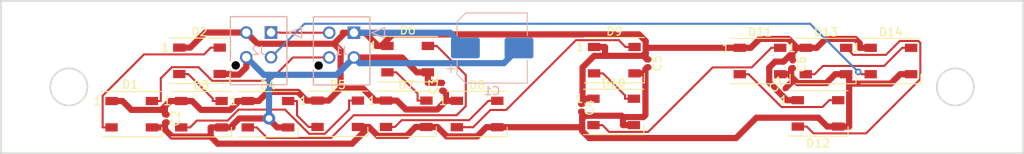
<source format=kicad_pcb>
(kicad_pcb (version 20171130) (host pcbnew "(5.1.6)-1")

  (general
    (thickness 1.6)
    (drawings 26)
    (tracks 291)
    (zones 0)
    (modules 23)
    (nets 19)
  )

  (page A4)
  (layers
    (0 F.Cu signal)
    (31 B.Cu signal hide)
    (32 B.Adhes user hide)
    (33 F.Adhes user hide)
    (34 B.Paste user hide)
    (35 F.Paste user hide)
    (36 B.SilkS user hide)
    (37 F.SilkS user hide)
    (38 B.Mask user hide)
    (39 F.Mask user hide)
    (40 Dwgs.User user hide)
    (41 Cmts.User user hide)
    (42 Eco1.User user)
    (43 Eco2.User user hide)
    (44 Edge.Cuts user)
    (45 Margin user)
    (46 B.CrtYd user)
    (47 F.CrtYd user)
    (48 B.Fab user)
    (49 F.Fab user)
  )

  (setup
    (last_trace_width 0.75)
    (user_trace_width 0.25)
    (user_trace_width 0.75)
    (trace_clearance 0.2)
    (zone_clearance 0.508)
    (zone_45_only no)
    (trace_min 0.2)
    (via_size 0.8)
    (via_drill 0.4)
    (via_min_size 0.4)
    (via_min_drill 0.3)
    (uvia_size 0.3)
    (uvia_drill 0.1)
    (uvias_allowed no)
    (uvia_min_size 0.2)
    (uvia_min_drill 0.1)
    (edge_width 0.1)
    (segment_width 0.2)
    (pcb_text_width 0.3)
    (pcb_text_size 1.5 1.5)
    (mod_edge_width 0.15)
    (mod_text_size 1 1)
    (mod_text_width 0.15)
    (pad_size 1.524 1.524)
    (pad_drill 0.762)
    (pad_to_mask_clearance 0)
    (aux_axis_origin 0 0)
    (visible_elements FFFFFF7F)
    (pcbplotparams
      (layerselection 0x010fc_ffffffff)
      (usegerberextensions false)
      (usegerberattributes true)
      (usegerberadvancedattributes true)
      (creategerberjobfile true)
      (excludeedgelayer true)
      (linewidth 0.100000)
      (plotframeref false)
      (viasonmask false)
      (mode 1)
      (useauxorigin false)
      (hpglpennumber 1)
      (hpglpenspeed 20)
      (hpglpendiameter 15.000000)
      (psnegative false)
      (psa4output false)
      (plotreference true)
      (plotvalue true)
      (plotinvisibletext false)
      (padsonsilk false)
      (subtractmaskfromsilk false)
      (outputformat 1)
      (mirror false)
      (drillshape 1)
      (scaleselection 1)
      (outputdirectory ""))
  )

  (net 0 "")
  (net 1 /LEDGND)
  (net 2 /LED+5V)
  (net 3 "Net-(D1-Pad2)")
  (net 4 "Net-(D1-Pad4)")
  (net 5 "Net-(D2-Pad2)")
  (net 6 "Net-(D3-Pad2)")
  (net 7 "Net-(D4-Pad2)")
  (net 8 "Net-(D4-Pad4)")
  (net 9 "Net-(D6-Pad2)")
  (net 10 "Net-(D7-Pad2)")
  (net 11 "Net-(D8-Pad2)")
  (net 12 "Net-(D10-Pad4)")
  (net 13 "Net-(D10-Pad2)")
  (net 14 "Net-(D11-Pad2)")
  (net 15 "Net-(D12-Pad2)")
  (net 16 "Net-(J1-Pad2)")
  (net 17 "Net-(D13-Pad2)")
  (net 18 "Net-(D14-Pad2)")

  (net_class Default "This is the default net class."
    (clearance 0.2)
    (trace_width 0.25)
    (via_dia 0.8)
    (via_drill 0.4)
    (uvia_dia 0.3)
    (uvia_drill 0.1)
    (add_net "Net-(D1-Pad2)")
    (add_net "Net-(D1-Pad4)")
    (add_net "Net-(D10-Pad2)")
    (add_net "Net-(D10-Pad4)")
    (add_net "Net-(D11-Pad2)")
    (add_net "Net-(D12-Pad2)")
    (add_net "Net-(D13-Pad2)")
    (add_net "Net-(D14-Pad2)")
    (add_net "Net-(D2-Pad2)")
    (add_net "Net-(D3-Pad2)")
    (add_net "Net-(D4-Pad2)")
    (add_net "Net-(D4-Pad4)")
    (add_net "Net-(D6-Pad2)")
    (add_net "Net-(D7-Pad2)")
    (add_net "Net-(D8-Pad2)")
    (add_net "Net-(J1-Pad2)")
  )

  (net_class LED+5V ""
    (clearance 0.2)
    (trace_width 0.75)
    (via_dia 1.5)
    (via_drill 0.8)
    (uvia_dia 0.3)
    (uvia_drill 0.1)
    (add_net /LED+5V)
    (add_net /LEDGND)
  )

  (module Capacitor_SMD:C_0201_0603Metric (layer F.Cu) (tedit 5F68FEEE) (tstamp 5F9F42FD)
    (at 182.831526 67.460074 45)
    (descr "Capacitor SMD 0201 (0603 Metric), square (rectangular) end terminal, IPC_7351 nominal, (Body size source: https://www.vishay.com/docs/20052/crcw0201e3.pdf), generated with kicad-footprint-generator")
    (tags capacitor)
    (path /5FA13AC4)
    (attr smd)
    (fp_text reference C7 (at 0 -1.05 45) (layer F.SilkS)
      (effects (font (size 1 1) (thickness 0.15)))
    )
    (fp_text value C (at 0 1.05 45) (layer F.Fab)
      (effects (font (size 1 1) (thickness 0.15)))
    )
    (fp_text user %R (at 0 -0.68 45) (layer F.Fab)
      (effects (font (size 0.25 0.25) (thickness 0.04)))
    )
    (fp_line (start -0.3 0.15) (end -0.3 -0.15) (layer F.Fab) (width 0.1))
    (fp_line (start -0.3 -0.15) (end 0.3 -0.15) (layer F.Fab) (width 0.1))
    (fp_line (start 0.3 -0.15) (end 0.3 0.15) (layer F.Fab) (width 0.1))
    (fp_line (start 0.3 0.15) (end -0.3 0.15) (layer F.Fab) (width 0.1))
    (fp_line (start -0.7 0.35) (end -0.7 -0.35) (layer F.CrtYd) (width 0.05))
    (fp_line (start -0.7 -0.35) (end 0.7 -0.35) (layer F.CrtYd) (width 0.05))
    (fp_line (start 0.7 -0.35) (end 0.7 0.35) (layer F.CrtYd) (width 0.05))
    (fp_line (start 0.7 0.35) (end -0.7 0.35) (layer F.CrtYd) (width 0.05))
    (pad 2 smd roundrect (at 0.32 0 45) (size 0.46 0.4) (layers F.Cu F.Mask) (roundrect_rratio 0.25)
      (net 1 /LEDGND))
    (pad 1 smd roundrect (at -0.32 0 45) (size 0.46 0.4) (layers F.Cu F.Mask) (roundrect_rratio 0.25)
      (net 2 /LED+5V))
    (pad "" smd roundrect (at 0.345 0 45) (size 0.318 0.36) (layers F.Paste) (roundrect_rratio 0.25))
    (pad "" smd roundrect (at -0.345 0 45) (size 0.318 0.36) (layers F.Paste) (roundrect_rratio 0.25))
    (model ${KISYS3DMOD}/Capacitor_SMD.3dshapes/C_0201_0603Metric.wrl
      (at (xyz 0 0 0))
      (scale (xyz 1 1 1))
      (rotate (xyz 0 0 0))
    )
  )

  (module Capacitor_SMD:C_0201_0603Metric (layer F.Cu) (tedit 5F68FEEE) (tstamp 5F9F42EC)
    (at 184.0738 64.196 270)
    (descr "Capacitor SMD 0201 (0603 Metric), square (rectangular) end terminal, IPC_7351 nominal, (Body size source: https://www.vishay.com/docs/20052/crcw0201e3.pdf), generated with kicad-footprint-generator")
    (tags capacitor)
    (path /5FA11D7E)
    (attr smd)
    (fp_text reference C6 (at 0 -1.05 90) (layer F.SilkS)
      (effects (font (size 1 1) (thickness 0.15)))
    )
    (fp_text value C (at 0 1.05 90) (layer F.Fab)
      (effects (font (size 1 1) (thickness 0.15)))
    )
    (fp_text user %R (at 0 -0.68 90) (layer F.Fab)
      (effects (font (size 0.25 0.25) (thickness 0.04)))
    )
    (fp_line (start -0.3 0.15) (end -0.3 -0.15) (layer F.Fab) (width 0.1))
    (fp_line (start -0.3 -0.15) (end 0.3 -0.15) (layer F.Fab) (width 0.1))
    (fp_line (start 0.3 -0.15) (end 0.3 0.15) (layer F.Fab) (width 0.1))
    (fp_line (start 0.3 0.15) (end -0.3 0.15) (layer F.Fab) (width 0.1))
    (fp_line (start -0.7 0.35) (end -0.7 -0.35) (layer F.CrtYd) (width 0.05))
    (fp_line (start -0.7 -0.35) (end 0.7 -0.35) (layer F.CrtYd) (width 0.05))
    (fp_line (start 0.7 -0.35) (end 0.7 0.35) (layer F.CrtYd) (width 0.05))
    (fp_line (start 0.7 0.35) (end -0.7 0.35) (layer F.CrtYd) (width 0.05))
    (pad 2 smd roundrect (at 0.32 0 270) (size 0.46 0.4) (layers F.Cu F.Mask) (roundrect_rratio 0.25)
      (net 1 /LEDGND))
    (pad 1 smd roundrect (at -0.32 0 270) (size 0.46 0.4) (layers F.Cu F.Mask) (roundrect_rratio 0.25)
      (net 2 /LED+5V))
    (pad "" smd roundrect (at 0.345 0 270) (size 0.318 0.36) (layers F.Paste) (roundrect_rratio 0.25))
    (pad "" smd roundrect (at -0.345 0 270) (size 0.318 0.36) (layers F.Paste) (roundrect_rratio 0.25))
    (model ${KISYS3DMOD}/Capacitor_SMD.3dshapes/C_0201_0603Metric.wrl
      (at (xyz 0 0 0))
      (scale (xyz 1 1 1))
      (rotate (xyz 0 0 0))
    )
  )

  (module Capacitor_SMD:C_0201_0603Metric (layer F.Cu) (tedit 5F68FEEE) (tstamp 5F9F42DB)
    (at 166.5478 64.0944 270)
    (descr "Capacitor SMD 0201 (0603 Metric), square (rectangular) end terminal, IPC_7351 nominal, (Body size source: https://www.vishay.com/docs/20052/crcw0201e3.pdf), generated with kicad-footprint-generator")
    (tags capacitor)
    (path /5FA1001B)
    (attr smd)
    (fp_text reference C5 (at 0 -1.05 90) (layer F.SilkS)
      (effects (font (size 1 1) (thickness 0.15)))
    )
    (fp_text value C (at 0 1.05 90) (layer F.Fab)
      (effects (font (size 1 1) (thickness 0.15)))
    )
    (fp_text user %R (at 0 -0.68 90) (layer F.Fab)
      (effects (font (size 0.25 0.25) (thickness 0.04)))
    )
    (fp_line (start -0.3 0.15) (end -0.3 -0.15) (layer F.Fab) (width 0.1))
    (fp_line (start -0.3 -0.15) (end 0.3 -0.15) (layer F.Fab) (width 0.1))
    (fp_line (start 0.3 -0.15) (end 0.3 0.15) (layer F.Fab) (width 0.1))
    (fp_line (start 0.3 0.15) (end -0.3 0.15) (layer F.Fab) (width 0.1))
    (fp_line (start -0.7 0.35) (end -0.7 -0.35) (layer F.CrtYd) (width 0.05))
    (fp_line (start -0.7 -0.35) (end 0.7 -0.35) (layer F.CrtYd) (width 0.05))
    (fp_line (start 0.7 -0.35) (end 0.7 0.35) (layer F.CrtYd) (width 0.05))
    (fp_line (start 0.7 0.35) (end -0.7 0.35) (layer F.CrtYd) (width 0.05))
    (pad 2 smd roundrect (at 0.32 0 270) (size 0.46 0.4) (layers F.Cu F.Mask) (roundrect_rratio 0.25)
      (net 1 /LEDGND))
    (pad 1 smd roundrect (at -0.32 0 270) (size 0.46 0.4) (layers F.Cu F.Mask) (roundrect_rratio 0.25)
      (net 2 /LED+5V))
    (pad "" smd roundrect (at 0.345 0 270) (size 0.318 0.36) (layers F.Paste) (roundrect_rratio 0.25))
    (pad "" smd roundrect (at -0.345 0 270) (size 0.318 0.36) (layers F.Paste) (roundrect_rratio 0.25))
    (model ${KISYS3DMOD}/Capacitor_SMD.3dshapes/C_0201_0603Metric.wrl
      (at (xyz 0 0 0))
      (scale (xyz 1 1 1))
      (rotate (xyz 0 0 0))
    )
  )

  (module Capacitor_SMD:C_0201_0603Metric (layer F.Cu) (tedit 5F68FEEE) (tstamp 5F9F42CA)
    (at 158.369 69.469 270)
    (descr "Capacitor SMD 0201 (0603 Metric), square (rectangular) end terminal, IPC_7351 nominal, (Body size source: https://www.vishay.com/docs/20052/crcw0201e3.pdf), generated with kicad-footprint-generator")
    (tags capacitor)
    (path /5FA0E3BD)
    (attr smd)
    (fp_text reference C4 (at 0 -1.05 90) (layer F.SilkS)
      (effects (font (size 1 1) (thickness 0.15)))
    )
    (fp_text value C (at 0 1.05 90) (layer F.Fab)
      (effects (font (size 1 1) (thickness 0.15)))
    )
    (fp_text user %R (at 0 -0.68 90) (layer F.Fab)
      (effects (font (size 0.25 0.25) (thickness 0.04)))
    )
    (fp_line (start -0.3 0.15) (end -0.3 -0.15) (layer F.Fab) (width 0.1))
    (fp_line (start -0.3 -0.15) (end 0.3 -0.15) (layer F.Fab) (width 0.1))
    (fp_line (start 0.3 -0.15) (end 0.3 0.15) (layer F.Fab) (width 0.1))
    (fp_line (start 0.3 0.15) (end -0.3 0.15) (layer F.Fab) (width 0.1))
    (fp_line (start -0.7 0.35) (end -0.7 -0.35) (layer F.CrtYd) (width 0.05))
    (fp_line (start -0.7 -0.35) (end 0.7 -0.35) (layer F.CrtYd) (width 0.05))
    (fp_line (start 0.7 -0.35) (end 0.7 0.35) (layer F.CrtYd) (width 0.05))
    (fp_line (start 0.7 0.35) (end -0.7 0.35) (layer F.CrtYd) (width 0.05))
    (pad 2 smd roundrect (at 0.32 0 270) (size 0.46 0.4) (layers F.Cu F.Mask) (roundrect_rratio 0.25)
      (net 1 /LEDGND))
    (pad 1 smd roundrect (at -0.32 0 270) (size 0.46 0.4) (layers F.Cu F.Mask) (roundrect_rratio 0.25)
      (net 2 /LED+5V))
    (pad "" smd roundrect (at 0.345 0 270) (size 0.318 0.36) (layers F.Paste) (roundrect_rratio 0.25))
    (pad "" smd roundrect (at -0.345 0 270) (size 0.318 0.36) (layers F.Paste) (roundrect_rratio 0.25))
    (model ${KISYS3DMOD}/Capacitor_SMD.3dshapes/C_0201_0603Metric.wrl
      (at (xyz 0 0 0))
      (scale (xyz 1 1 1))
      (rotate (xyz 0 0 0))
    )
  )

  (module Capacitor_SMD:C_0201_0603Metric (layer F.Cu) (tedit 5F68FEEE) (tstamp 5F9F42B9)
    (at 141.5288 66.929 90)
    (descr "Capacitor SMD 0201 (0603 Metric), square (rectangular) end terminal, IPC_7351 nominal, (Body size source: https://www.vishay.com/docs/20052/crcw0201e3.pdf), generated with kicad-footprint-generator")
    (tags capacitor)
    (path /5FA0C772)
    (attr smd)
    (fp_text reference C3 (at 0 -1.05 90) (layer F.SilkS)
      (effects (font (size 1 1) (thickness 0.15)))
    )
    (fp_text value C (at 0 1.05 90) (layer F.Fab)
      (effects (font (size 1 1) (thickness 0.15)))
    )
    (fp_text user %R (at 0 -0.68 90) (layer F.Fab)
      (effects (font (size 0.25 0.25) (thickness 0.04)))
    )
    (fp_line (start -0.3 0.15) (end -0.3 -0.15) (layer F.Fab) (width 0.1))
    (fp_line (start -0.3 -0.15) (end 0.3 -0.15) (layer F.Fab) (width 0.1))
    (fp_line (start 0.3 -0.15) (end 0.3 0.15) (layer F.Fab) (width 0.1))
    (fp_line (start 0.3 0.15) (end -0.3 0.15) (layer F.Fab) (width 0.1))
    (fp_line (start -0.7 0.35) (end -0.7 -0.35) (layer F.CrtYd) (width 0.05))
    (fp_line (start -0.7 -0.35) (end 0.7 -0.35) (layer F.CrtYd) (width 0.05))
    (fp_line (start 0.7 -0.35) (end 0.7 0.35) (layer F.CrtYd) (width 0.05))
    (fp_line (start 0.7 0.35) (end -0.7 0.35) (layer F.CrtYd) (width 0.05))
    (pad 2 smd roundrect (at 0.32 0 90) (size 0.46 0.4) (layers F.Cu F.Mask) (roundrect_rratio 0.25)
      (net 1 /LEDGND))
    (pad 1 smd roundrect (at -0.32 0 90) (size 0.46 0.4) (layers F.Cu F.Mask) (roundrect_rratio 0.25)
      (net 2 /LED+5V))
    (pad "" smd roundrect (at 0.345 0 90) (size 0.318 0.36) (layers F.Paste) (roundrect_rratio 0.25))
    (pad "" smd roundrect (at -0.345 0 90) (size 0.318 0.36) (layers F.Paste) (roundrect_rratio 0.25))
    (model ${KISYS3DMOD}/Capacitor_SMD.3dshapes/C_0201_0603Metric.wrl
      (at (xyz 0 0 0))
      (scale (xyz 1 1 1))
      (rotate (xyz 0 0 0))
    )
  )

  (module Capacitor_SMD:C_0201_0603Metric (layer F.Cu) (tedit 5F68FEEE) (tstamp 5F9F42A8)
    (at 108.1278 70.7746 270)
    (descr "Capacitor SMD 0201 (0603 Metric), square (rectangular) end terminal, IPC_7351 nominal, (Body size source: https://www.vishay.com/docs/20052/crcw0201e3.pdf), generated with kicad-footprint-generator")
    (tags capacitor)
    (path /5FA09AE7)
    (attr smd)
    (fp_text reference C2 (at 0 -1.05 90) (layer F.SilkS)
      (effects (font (size 1 1) (thickness 0.15)))
    )
    (fp_text value C (at 0 1.05 90) (layer F.Fab)
      (effects (font (size 1 1) (thickness 0.15)))
    )
    (fp_text user %R (at 0 -0.68 90) (layer F.Fab)
      (effects (font (size 0.25 0.25) (thickness 0.04)))
    )
    (fp_line (start -0.3 0.15) (end -0.3 -0.15) (layer F.Fab) (width 0.1))
    (fp_line (start -0.3 -0.15) (end 0.3 -0.15) (layer F.Fab) (width 0.1))
    (fp_line (start 0.3 -0.15) (end 0.3 0.15) (layer F.Fab) (width 0.1))
    (fp_line (start 0.3 0.15) (end -0.3 0.15) (layer F.Fab) (width 0.1))
    (fp_line (start -0.7 0.35) (end -0.7 -0.35) (layer F.CrtYd) (width 0.05))
    (fp_line (start -0.7 -0.35) (end 0.7 -0.35) (layer F.CrtYd) (width 0.05))
    (fp_line (start 0.7 -0.35) (end 0.7 0.35) (layer F.CrtYd) (width 0.05))
    (fp_line (start 0.7 0.35) (end -0.7 0.35) (layer F.CrtYd) (width 0.05))
    (pad 2 smd roundrect (at 0.32 0 270) (size 0.46 0.4) (layers F.Cu F.Mask) (roundrect_rratio 0.25)
      (net 1 /LEDGND))
    (pad 1 smd roundrect (at -0.32 0 270) (size 0.46 0.4) (layers F.Cu F.Mask) (roundrect_rratio 0.25)
      (net 2 /LED+5V))
    (pad "" smd roundrect (at 0.345 0 270) (size 0.318 0.36) (layers F.Paste) (roundrect_rratio 0.25))
    (pad "" smd roundrect (at -0.345 0 270) (size 0.318 0.36) (layers F.Paste) (roundrect_rratio 0.25))
    (model ${KISYS3DMOD}/Capacitor_SMD.3dshapes/C_0201_0603Metric.wrl
      (at (xyz 0 0 0))
      (scale (xyz 1 1 1))
      (rotate (xyz 0 0 0))
    )
  )

  (module LED_SMD:LED_WS2812B_PLCC4_5.0x5.0mm_P3.2mm (layer F.Cu) (tedit 5AA4B285) (tstamp 5F9F31CE)
    (at 195.949 63.8046)
    (descr https://cdn-shop.adafruit.com/datasheets/WS2812B.pdf)
    (tags "LED RGB NeoPixel")
    (path /5F9FAC2D)
    (attr smd)
    (fp_text reference D14 (at 0 -3.5) (layer F.SilkS)
      (effects (font (size 1 1) (thickness 0.15)))
    )
    (fp_text value WS2812B (at 0 4) (layer F.Fab)
      (effects (font (size 1 1) (thickness 0.15)))
    )
    (fp_text user %R (at 0 0) (layer F.Fab)
      (effects (font (size 0.8 0.8) (thickness 0.15)))
    )
    (fp_text user 1 (at -4.15 -1.6) (layer F.SilkS)
      (effects (font (size 1 1) (thickness 0.15)))
    )
    (fp_line (start 3.45 -2.75) (end -3.45 -2.75) (layer F.CrtYd) (width 0.05))
    (fp_line (start 3.45 2.75) (end 3.45 -2.75) (layer F.CrtYd) (width 0.05))
    (fp_line (start -3.45 2.75) (end 3.45 2.75) (layer F.CrtYd) (width 0.05))
    (fp_line (start -3.45 -2.75) (end -3.45 2.75) (layer F.CrtYd) (width 0.05))
    (fp_line (start 2.5 1.5) (end 1.5 2.5) (layer F.Fab) (width 0.1))
    (fp_line (start -2.5 -2.5) (end -2.5 2.5) (layer F.Fab) (width 0.1))
    (fp_line (start -2.5 2.5) (end 2.5 2.5) (layer F.Fab) (width 0.1))
    (fp_line (start 2.5 2.5) (end 2.5 -2.5) (layer F.Fab) (width 0.1))
    (fp_line (start 2.5 -2.5) (end -2.5 -2.5) (layer F.Fab) (width 0.1))
    (fp_line (start -3.65 -2.75) (end 3.65 -2.75) (layer F.SilkS) (width 0.12))
    (fp_line (start -3.65 2.75) (end 3.65 2.75) (layer F.SilkS) (width 0.12))
    (fp_line (start 3.65 2.75) (end 3.65 1.6) (layer F.SilkS) (width 0.12))
    (fp_circle (center 0 0) (end 0 -2) (layer F.Fab) (width 0.1))
    (pad 1 smd rect (at -2.45 -1.6) (size 1.5 1) (layers F.Cu F.Paste F.Mask)
      (net 2 /LED+5V))
    (pad 2 smd rect (at -2.45 1.6) (size 1.5 1) (layers F.Cu F.Paste F.Mask)
      (net 18 "Net-(D14-Pad2)"))
    (pad 4 smd rect (at 2.45 -1.6) (size 1.5 1) (layers F.Cu F.Paste F.Mask)
      (net 17 "Net-(D13-Pad2)"))
    (pad 3 smd rect (at 2.45 1.6) (size 1.5 1) (layers F.Cu F.Paste F.Mask)
      (net 1 /LEDGND))
    (model ${KISYS3DMOD}/LED_SMD.3dshapes/LED_WS2812B_PLCC4_5.0x5.0mm_P3.2mm.wrl
      (at (xyz 0 0 0))
      (scale (xyz 1 1 1))
      (rotate (xyz 0 0 0))
    )
  )

  (module LED_SMD:LED_WS2812B_PLCC4_5.0x5.0mm_P3.2mm (layer F.Cu) (tedit 5AA4B285) (tstamp 5F9F31B7)
    (at 188.075 63.8046)
    (descr https://cdn-shop.adafruit.com/datasheets/WS2812B.pdf)
    (tags "LED RGB NeoPixel")
    (path /5F9F7BCF)
    (attr smd)
    (fp_text reference D13 (at 0 -3.5) (layer F.SilkS)
      (effects (font (size 1 1) (thickness 0.15)))
    )
    (fp_text value WS2812B (at 0 4) (layer F.Fab)
      (effects (font (size 1 1) (thickness 0.15)))
    )
    (fp_text user %R (at 0 0) (layer F.Fab)
      (effects (font (size 0.8 0.8) (thickness 0.15)))
    )
    (fp_text user 1 (at -4.15 -1.6) (layer F.SilkS)
      (effects (font (size 1 1) (thickness 0.15)))
    )
    (fp_line (start 3.45 -2.75) (end -3.45 -2.75) (layer F.CrtYd) (width 0.05))
    (fp_line (start 3.45 2.75) (end 3.45 -2.75) (layer F.CrtYd) (width 0.05))
    (fp_line (start -3.45 2.75) (end 3.45 2.75) (layer F.CrtYd) (width 0.05))
    (fp_line (start -3.45 -2.75) (end -3.45 2.75) (layer F.CrtYd) (width 0.05))
    (fp_line (start 2.5 1.5) (end 1.5 2.5) (layer F.Fab) (width 0.1))
    (fp_line (start -2.5 -2.5) (end -2.5 2.5) (layer F.Fab) (width 0.1))
    (fp_line (start -2.5 2.5) (end 2.5 2.5) (layer F.Fab) (width 0.1))
    (fp_line (start 2.5 2.5) (end 2.5 -2.5) (layer F.Fab) (width 0.1))
    (fp_line (start 2.5 -2.5) (end -2.5 -2.5) (layer F.Fab) (width 0.1))
    (fp_line (start -3.65 -2.75) (end 3.65 -2.75) (layer F.SilkS) (width 0.12))
    (fp_line (start -3.65 2.75) (end 3.65 2.75) (layer F.SilkS) (width 0.12))
    (fp_line (start 3.65 2.75) (end 3.65 1.6) (layer F.SilkS) (width 0.12))
    (fp_circle (center 0 0) (end 0 -2) (layer F.Fab) (width 0.1))
    (pad 1 smd rect (at -2.45 -1.6) (size 1.5 1) (layers F.Cu F.Paste F.Mask)
      (net 2 /LED+5V))
    (pad 2 smd rect (at -2.45 1.6) (size 1.5 1) (layers F.Cu F.Paste F.Mask)
      (net 17 "Net-(D13-Pad2)"))
    (pad 4 smd rect (at 2.45 -1.6) (size 1.5 1) (layers F.Cu F.Paste F.Mask)
      (net 15 "Net-(D12-Pad2)"))
    (pad 3 smd rect (at 2.45 1.6) (size 1.5 1) (layers F.Cu F.Paste F.Mask)
      (net 1 /LEDGND))
    (model ${KISYS3DMOD}/LED_SMD.3dshapes/LED_WS2812B_PLCC4_5.0x5.0mm_P3.2mm.wrl
      (at (xyz 0 0 0))
      (scale (xyz 1 1 1))
      (rotate (xyz 0 0 0))
    )
  )

  (module footprints:Molex_MicroFit_2X2 (layer B.Cu) (tedit 5F952CF2) (tstamp 5F9F2449)
    (at 120.777 60.3504)
    (path /5F8BD17B)
    (fp_text reference J2 (at -1.495006 2.199999) (layer B.SilkS)
      (effects (font (size 1 1) (thickness 0.15)) (justify mirror))
    )
    (fp_text value Conn_01x04_Female (at -1.495006 2.199999) (layer B.SilkS) hide
      (effects (font (size 1 1) (thickness 0.15)) (justify mirror))
    )
    (fp_text user * (at 0 0) (layer B.Fab)
      (effects (font (size 1 1) (thickness 0.15)) (justify mirror))
    )
    (fp_text user * (at 0 0) (layer B.SilkS)
      (effects (font (size 1 1) (thickness 0.15)) (justify mirror))
    )
    (fp_text user "Copyright 2016 Accelerated Designs. All rights reserved." (at 0 0) (layer Cmts.User)
      (effects (font (size 0.127 0.127) (thickness 0.002)))
    )
    (fp_line (start 3.199994 7.6) (end -6.190006 7.6) (layer B.CrtYd) (width 0.1524))
    (fp_line (start 3.199994 -3.2) (end 3.199994 7.6) (layer B.CrtYd) (width 0.1524))
    (fp_line (start -6.190006 -3.2) (end 3.199994 -3.2) (layer B.CrtYd) (width 0.1524))
    (fp_line (start -6.190006 7.6) (end -6.190006 -3.2) (layer B.CrtYd) (width 0.1524))
    (fp_line (start -4.920006 3.451456) (end -4.920006 -1.93) (layer B.SilkS) (width 0.1524))
    (fp_line (start -4.920006 6.33) (end -4.920006 -1.93) (layer B.Fab) (width 0.1524))
    (fp_line (start 1.929994 6.33) (end -4.920006 6.33) (layer B.Fab) (width 0.1524))
    (fp_line (start 1.929994 -1.93) (end 1.929994 6.33) (layer B.Fab) (width 0.1524))
    (fp_line (start -4.920006 -1.93) (end 1.929994 -1.93) (layer B.Fab) (width 0.1524))
    (fp_line (start -4.920006 6.33) (end -4.920006 4.508543) (layer B.SilkS) (width 0.1524))
    (fp_line (start 1.929994 6.33) (end -4.920006 6.33) (layer B.SilkS) (width 0.1524))
    (fp_line (start 1.929994 -1.93) (end 1.929994 6.33) (layer B.SilkS) (width 0.1524))
    (fp_line (start -4.920006 -1.93) (end 1.929994 -1.93) (layer B.SilkS) (width 0.1524))
    (fp_line (start 3.707993 -0.635) (end 2.183994 0) (layer B.Fab) (width 0.1524))
    (fp_line (start 3.707993 0.635) (end 3.707993 -0.635) (layer B.Fab) (width 0.1524))
    (fp_line (start 2.183994 0) (end 3.707993 0.635) (layer B.Fab) (width 0.1524))
    (fp_line (start 3.707993 -0.635) (end 2.183994 0) (layer B.SilkS) (width 0.1524))
    (fp_line (start 3.707993 0.635) (end 3.707993 -0.635) (layer B.SilkS) (width 0.1524))
    (fp_line (start 2.183994 0) (end 3.707993 0.635) (layer B.SilkS) (width 0.1524))
    (pad 5 np_thru_hole circle (at -4.279999 3.98) (size 1.02 1.02) (drill 1.016) (layers))
    (pad 4 thru_hole circle (at -2.999999 2.999999) (size 1.52 1.52) (drill 1.016) (layers *.Cu *.Mask)
      (net 1 /LEDGND))
    (pad 3 thru_hole circle (at 0 2.999999 270) (size 1.52 1.52) (drill 1.016) (layers *.Cu *.Mask)
      (net 18 "Net-(D14-Pad2)"))
    (pad 2 thru_hole circle (at -2.999999 0) (size 1.52 1.52) (drill 1.016) (layers *.Cu *.Mask)
      (net 2 /LED+5V))
    (pad 1 thru_hole rect (at 0 0 270) (size 1.52 1.52) (drill 1.016) (layers *.Cu *.Mask)
      (net 16 "Net-(J1-Pad2)"))
    (model C:/Users/lukew/Downloads/MOLEX_2068320402/2068320402.STEP
      (offset (xyz -1.5 2.25 3.5))
      (scale (xyz 1 1 1))
      (rotate (xyz 0 0 0))
    )
    (model C:/Users/lukew/Downloads/kicad-footprints-master/Connector_Molex.3dshapes/2068320402.STEP
      (offset (xyz -1.5 2.25 3.5))
      (scale (xyz 1 1 1))
      (rotate (xyz 0 0 0))
    )
  )

  (module footprints:Molex_MicroFit_2X2 (layer B.Cu) (tedit 5F952CF2) (tstamp 5F9F242A)
    (at 130.835 60.3758)
    (path /5F8C0120)
    (fp_text reference J1 (at -1.495006 2.199999) (layer B.SilkS)
      (effects (font (size 1 1) (thickness 0.15)) (justify mirror))
    )
    (fp_text value Conn_01x04_Female (at -1.495006 2.199999) (layer B.SilkS) hide
      (effects (font (size 1 1) (thickness 0.15)) (justify mirror))
    )
    (fp_text user * (at 0 0) (layer B.Fab)
      (effects (font (size 1 1) (thickness 0.15)) (justify mirror))
    )
    (fp_text user * (at 0 0) (layer B.SilkS)
      (effects (font (size 1 1) (thickness 0.15)) (justify mirror))
    )
    (fp_text user "Copyright 2016 Accelerated Designs. All rights reserved." (at 0 0) (layer Cmts.User)
      (effects (font (size 0.127 0.127) (thickness 0.002)))
    )
    (fp_line (start 3.199994 7.6) (end -6.190006 7.6) (layer B.CrtYd) (width 0.1524))
    (fp_line (start 3.199994 -3.2) (end 3.199994 7.6) (layer B.CrtYd) (width 0.1524))
    (fp_line (start -6.190006 -3.2) (end 3.199994 -3.2) (layer B.CrtYd) (width 0.1524))
    (fp_line (start -6.190006 7.6) (end -6.190006 -3.2) (layer B.CrtYd) (width 0.1524))
    (fp_line (start -4.920006 3.451456) (end -4.920006 -1.93) (layer B.SilkS) (width 0.1524))
    (fp_line (start -4.920006 6.33) (end -4.920006 -1.93) (layer B.Fab) (width 0.1524))
    (fp_line (start 1.929994 6.33) (end -4.920006 6.33) (layer B.Fab) (width 0.1524))
    (fp_line (start 1.929994 -1.93) (end 1.929994 6.33) (layer B.Fab) (width 0.1524))
    (fp_line (start -4.920006 -1.93) (end 1.929994 -1.93) (layer B.Fab) (width 0.1524))
    (fp_line (start -4.920006 6.33) (end -4.920006 4.508543) (layer B.SilkS) (width 0.1524))
    (fp_line (start 1.929994 6.33) (end -4.920006 6.33) (layer B.SilkS) (width 0.1524))
    (fp_line (start 1.929994 -1.93) (end 1.929994 6.33) (layer B.SilkS) (width 0.1524))
    (fp_line (start -4.920006 -1.93) (end 1.929994 -1.93) (layer B.SilkS) (width 0.1524))
    (fp_line (start 3.707993 -0.635) (end 2.183994 0) (layer B.Fab) (width 0.1524))
    (fp_line (start 3.707993 0.635) (end 3.707993 -0.635) (layer B.Fab) (width 0.1524))
    (fp_line (start 2.183994 0) (end 3.707993 0.635) (layer B.Fab) (width 0.1524))
    (fp_line (start 3.707993 -0.635) (end 2.183994 0) (layer B.SilkS) (width 0.1524))
    (fp_line (start 3.707993 0.635) (end 3.707993 -0.635) (layer B.SilkS) (width 0.1524))
    (fp_line (start 2.183994 0) (end 3.707993 0.635) (layer B.SilkS) (width 0.1524))
    (pad 5 np_thru_hole circle (at -4.279999 3.98) (size 1.02 1.02) (drill 1.016) (layers))
    (pad 4 thru_hole circle (at -2.999999 2.999999) (size 1.52 1.52) (drill 1.016) (layers *.Cu *.Mask)
      (net 4 "Net-(D1-Pad4)"))
    (pad 3 thru_hole circle (at 0 2.999999 270) (size 1.52 1.52) (drill 1.016) (layers *.Cu *.Mask)
      (net 1 /LEDGND))
    (pad 2 thru_hole circle (at -2.999999 0) (size 1.52 1.52) (drill 1.016) (layers *.Cu *.Mask)
      (net 16 "Net-(J1-Pad2)"))
    (pad 1 thru_hole rect (at 0 0 270) (size 1.52 1.52) (drill 1.016) (layers *.Cu *.Mask)
      (net 2 /LED+5V))
    (model C:/Users/lukew/Downloads/MOLEX_2068320402/2068320402.STEP
      (offset (xyz -1.5 2.25 3.5))
      (scale (xyz 1 1 1))
      (rotate (xyz 0 0 0))
    )
    (model C:/Users/lukew/Downloads/kicad-footprints-master/Connector_Molex.3dshapes/2068320402.STEP
      (offset (xyz -1.5 2.25 3.5))
      (scale (xyz 1 1 1))
      (rotate (xyz 0 0 0))
    )
  )

  (module LED_SMD:LED_WS2812B_PLCC4_5.0x5.0mm_P3.2mm (layer F.Cu) (tedit 5AA4B285) (tstamp 5F9F240B)
    (at 187.11 70.1546)
    (descr https://cdn-shop.adafruit.com/datasheets/WS2812B.pdf)
    (tags "LED RGB NeoPixel")
    (path /5F8B9017)
    (attr smd)
    (fp_text reference D12 (at 0 3.6324) (layer F.SilkS)
      (effects (font (size 1 1) (thickness 0.15)))
    )
    (fp_text value WS2812B (at 0 4) (layer F.Fab)
      (effects (font (size 1 1) (thickness 0.15)))
    )
    (fp_text user %R (at 0 0) (layer F.Fab)
      (effects (font (size 0.8 0.8) (thickness 0.15)))
    )
    (fp_text user 1 (at -4.15 -1.6) (layer F.SilkS)
      (effects (font (size 1 1) (thickness 0.15)))
    )
    (fp_line (start 3.45 -2.75) (end -3.45 -2.75) (layer F.CrtYd) (width 0.05))
    (fp_line (start 3.45 2.75) (end 3.45 -2.75) (layer F.CrtYd) (width 0.05))
    (fp_line (start -3.45 2.75) (end 3.45 2.75) (layer F.CrtYd) (width 0.05))
    (fp_line (start -3.45 -2.75) (end -3.45 2.75) (layer F.CrtYd) (width 0.05))
    (fp_line (start 2.5 1.5) (end 1.5 2.5) (layer F.Fab) (width 0.1))
    (fp_line (start -2.5 -2.5) (end -2.5 2.5) (layer F.Fab) (width 0.1))
    (fp_line (start -2.5 2.5) (end 2.5 2.5) (layer F.Fab) (width 0.1))
    (fp_line (start 2.5 2.5) (end 2.5 -2.5) (layer F.Fab) (width 0.1))
    (fp_line (start 2.5 -2.5) (end -2.5 -2.5) (layer F.Fab) (width 0.1))
    (fp_line (start -3.65 -2.75) (end 3.65 -2.75) (layer F.SilkS) (width 0.12))
    (fp_line (start -3.65 2.75) (end 3.65 2.75) (layer F.SilkS) (width 0.12))
    (fp_line (start 3.65 2.75) (end 3.65 1.6) (layer F.SilkS) (width 0.12))
    (fp_circle (center 0 0) (end 0 -2) (layer F.Fab) (width 0.1))
    (pad 1 smd rect (at -2.45 -1.6) (size 1.5 1) (layers F.Cu F.Paste F.Mask)
      (net 2 /LED+5V))
    (pad 2 smd rect (at -2.45 1.6) (size 1.5 1) (layers F.Cu F.Paste F.Mask)
      (net 15 "Net-(D12-Pad2)"))
    (pad 4 smd rect (at 2.45 -1.6) (size 1.5 1) (layers F.Cu F.Paste F.Mask)
      (net 14 "Net-(D11-Pad2)"))
    (pad 3 smd rect (at 2.45 1.6) (size 1.5 1) (layers F.Cu F.Paste F.Mask)
      (net 1 /LEDGND))
    (model ${KISYS3DMOD}/LED_SMD.3dshapes/LED_WS2812B_PLCC4_5.0x5.0mm_P3.2mm.wrl
      (at (xyz 0 0 0))
      (scale (xyz 1 1 1))
      (rotate (xyz 0 0 0))
    )
  )

  (module LED_SMD:LED_WS2812B_PLCC4_5.0x5.0mm_P3.2mm (layer F.Cu) (tedit 5AA4B285) (tstamp 5F9F23F4)
    (at 180.074 63.8046)
    (descr https://cdn-shop.adafruit.com/datasheets/WS2812B.pdf)
    (tags "LED RGB NeoPixel")
    (path /5F8B9849)
    (attr smd)
    (fp_text reference D11 (at 0 -3.5) (layer F.SilkS)
      (effects (font (size 1 1) (thickness 0.15)))
    )
    (fp_text value WS2812B (at 0 4) (layer F.Fab)
      (effects (font (size 1 1) (thickness 0.15)))
    )
    (fp_text user %R (at 0 0) (layer F.Fab)
      (effects (font (size 0.8 0.8) (thickness 0.15)))
    )
    (fp_text user 1 (at -4.15 -1.6) (layer F.SilkS)
      (effects (font (size 1 1) (thickness 0.15)))
    )
    (fp_line (start 3.45 -2.75) (end -3.45 -2.75) (layer F.CrtYd) (width 0.05))
    (fp_line (start 3.45 2.75) (end 3.45 -2.75) (layer F.CrtYd) (width 0.05))
    (fp_line (start -3.45 2.75) (end 3.45 2.75) (layer F.CrtYd) (width 0.05))
    (fp_line (start -3.45 -2.75) (end -3.45 2.75) (layer F.CrtYd) (width 0.05))
    (fp_line (start 2.5 1.5) (end 1.5 2.5) (layer F.Fab) (width 0.1))
    (fp_line (start -2.5 -2.5) (end -2.5 2.5) (layer F.Fab) (width 0.1))
    (fp_line (start -2.5 2.5) (end 2.5 2.5) (layer F.Fab) (width 0.1))
    (fp_line (start 2.5 2.5) (end 2.5 -2.5) (layer F.Fab) (width 0.1))
    (fp_line (start 2.5 -2.5) (end -2.5 -2.5) (layer F.Fab) (width 0.1))
    (fp_line (start -3.65 -2.75) (end 3.65 -2.75) (layer F.SilkS) (width 0.12))
    (fp_line (start -3.65 2.75) (end 3.65 2.75) (layer F.SilkS) (width 0.12))
    (fp_line (start 3.65 2.75) (end 3.65 1.6) (layer F.SilkS) (width 0.12))
    (fp_circle (center 0 0) (end 0 -2) (layer F.Fab) (width 0.1))
    (pad 1 smd rect (at -2.45 -1.6) (size 1.5 1) (layers F.Cu F.Paste F.Mask)
      (net 2 /LED+5V))
    (pad 2 smd rect (at -2.45 1.6) (size 1.5 1) (layers F.Cu F.Paste F.Mask)
      (net 14 "Net-(D11-Pad2)"))
    (pad 4 smd rect (at 2.45 -1.6) (size 1.5 1) (layers F.Cu F.Paste F.Mask)
      (net 13 "Net-(D10-Pad2)"))
    (pad 3 smd rect (at 2.45 1.6) (size 1.5 1) (layers F.Cu F.Paste F.Mask)
      (net 1 /LEDGND))
    (model ${KISYS3DMOD}/LED_SMD.3dshapes/LED_WS2812B_PLCC4_5.0x5.0mm_P3.2mm.wrl
      (at (xyz 0 0 0))
      (scale (xyz 1 1 1))
      (rotate (xyz 0 0 0))
    )
  )

  (module LED_SMD:LED_WS2812B_PLCC4_5.0x5.0mm_P3.2mm (layer F.Cu) (tedit 5AA4B285) (tstamp 5F9F23DD)
    (at 162.331 69.977)
    (descr https://cdn-shop.adafruit.com/datasheets/WS2812B.pdf)
    (tags "LED RGB NeoPixel")
    (path /5F8B8AFB)
    (attr smd)
    (fp_text reference D10 (at 0 -3.5) (layer F.SilkS)
      (effects (font (size 1 1) (thickness 0.15)))
    )
    (fp_text value WS2812B (at 0 4) (layer F.Fab)
      (effects (font (size 1 1) (thickness 0.15)))
    )
    (fp_text user %R (at 0 0) (layer F.Fab)
      (effects (font (size 0.8 0.8) (thickness 0.15)))
    )
    (fp_text user 1 (at -4.15 -1.6) (layer F.SilkS)
      (effects (font (size 1 1) (thickness 0.15)))
    )
    (fp_line (start 3.45 -2.75) (end -3.45 -2.75) (layer F.CrtYd) (width 0.05))
    (fp_line (start 3.45 2.75) (end 3.45 -2.75) (layer F.CrtYd) (width 0.05))
    (fp_line (start -3.45 2.75) (end 3.45 2.75) (layer F.CrtYd) (width 0.05))
    (fp_line (start -3.45 -2.75) (end -3.45 2.75) (layer F.CrtYd) (width 0.05))
    (fp_line (start 2.5 1.5) (end 1.5 2.5) (layer F.Fab) (width 0.1))
    (fp_line (start -2.5 -2.5) (end -2.5 2.5) (layer F.Fab) (width 0.1))
    (fp_line (start -2.5 2.5) (end 2.5 2.5) (layer F.Fab) (width 0.1))
    (fp_line (start 2.5 2.5) (end 2.5 -2.5) (layer F.Fab) (width 0.1))
    (fp_line (start 2.5 -2.5) (end -2.5 -2.5) (layer F.Fab) (width 0.1))
    (fp_line (start -3.65 -2.75) (end 3.65 -2.75) (layer F.SilkS) (width 0.12))
    (fp_line (start -3.65 2.75) (end 3.65 2.75) (layer F.SilkS) (width 0.12))
    (fp_line (start 3.65 2.75) (end 3.65 1.6) (layer F.SilkS) (width 0.12))
    (fp_circle (center 0 0) (end 0 -2) (layer F.Fab) (width 0.1))
    (pad 1 smd rect (at -2.45 -1.6) (size 1.5 1) (layers F.Cu F.Paste F.Mask)
      (net 2 /LED+5V))
    (pad 2 smd rect (at -2.45 1.6) (size 1.5 1) (layers F.Cu F.Paste F.Mask)
      (net 13 "Net-(D10-Pad2)"))
    (pad 4 smd rect (at 2.45 -1.6) (size 1.5 1) (layers F.Cu F.Paste F.Mask)
      (net 12 "Net-(D10-Pad4)"))
    (pad 3 smd rect (at 2.45 1.6) (size 1.5 1) (layers F.Cu F.Paste F.Mask)
      (net 1 /LEDGND))
    (model ${KISYS3DMOD}/LED_SMD.3dshapes/LED_WS2812B_PLCC4_5.0x5.0mm_P3.2mm.wrl
      (at (xyz 0 0 0))
      (scale (xyz 1 1 1))
      (rotate (xyz 0 0 0))
    )
  )

  (module LED_SMD:LED_WS2812B_PLCC4_5.0x5.0mm_P3.2mm (layer F.Cu) (tedit 5AA4B285) (tstamp 5F9F23C6)
    (at 162.408 63.7032)
    (descr https://cdn-shop.adafruit.com/datasheets/WS2812B.pdf)
    (tags "LED RGB NeoPixel")
    (path /5F8B8579)
    (attr smd)
    (fp_text reference D9 (at 0 -3.5) (layer F.SilkS)
      (effects (font (size 1 1) (thickness 0.15)))
    )
    (fp_text value WS2812B (at 0 4) (layer F.Fab)
      (effects (font (size 1 1) (thickness 0.15)))
    )
    (fp_text user %R (at 0 0) (layer F.Fab)
      (effects (font (size 0.8 0.8) (thickness 0.15)))
    )
    (fp_text user 1 (at -4.15 -1.6) (layer F.SilkS)
      (effects (font (size 1 1) (thickness 0.15)))
    )
    (fp_line (start 3.45 -2.75) (end -3.45 -2.75) (layer F.CrtYd) (width 0.05))
    (fp_line (start 3.45 2.75) (end 3.45 -2.75) (layer F.CrtYd) (width 0.05))
    (fp_line (start -3.45 2.75) (end 3.45 2.75) (layer F.CrtYd) (width 0.05))
    (fp_line (start -3.45 -2.75) (end -3.45 2.75) (layer F.CrtYd) (width 0.05))
    (fp_line (start 2.5 1.5) (end 1.5 2.5) (layer F.Fab) (width 0.1))
    (fp_line (start -2.5 -2.5) (end -2.5 2.5) (layer F.Fab) (width 0.1))
    (fp_line (start -2.5 2.5) (end 2.5 2.5) (layer F.Fab) (width 0.1))
    (fp_line (start 2.5 2.5) (end 2.5 -2.5) (layer F.Fab) (width 0.1))
    (fp_line (start 2.5 -2.5) (end -2.5 -2.5) (layer F.Fab) (width 0.1))
    (fp_line (start -3.65 -2.75) (end 3.65 -2.75) (layer F.SilkS) (width 0.12))
    (fp_line (start -3.65 2.75) (end 3.65 2.75) (layer F.SilkS) (width 0.12))
    (fp_line (start 3.65 2.75) (end 3.65 1.6) (layer F.SilkS) (width 0.12))
    (fp_circle (center 0 0) (end 0 -2) (layer F.Fab) (width 0.1))
    (pad 1 smd rect (at -2.45 -1.6) (size 1.5 1) (layers F.Cu F.Paste F.Mask)
      (net 2 /LED+5V))
    (pad 2 smd rect (at -2.45 1.6) (size 1.5 1) (layers F.Cu F.Paste F.Mask)
      (net 12 "Net-(D10-Pad4)"))
    (pad 4 smd rect (at 2.45 -1.6) (size 1.5 1) (layers F.Cu F.Paste F.Mask)
      (net 11 "Net-(D8-Pad2)"))
    (pad 3 smd rect (at 2.45 1.6) (size 1.5 1) (layers F.Cu F.Paste F.Mask)
      (net 1 /LEDGND))
    (model ${KISYS3DMOD}/LED_SMD.3dshapes/LED_WS2812B_PLCC4_5.0x5.0mm_P3.2mm.wrl
      (at (xyz 0 0 0))
      (scale (xyz 1 1 1))
      (rotate (xyz 0 0 0))
    )
  )

  (module LED_SMD:LED_WS2812B_PLCC4_5.0x5.0mm_P3.2mm (layer F.Cu) (tedit 5AA4B285) (tstamp 5F9F23AF)
    (at 145.771 70.231)
    (descr https://cdn-shop.adafruit.com/datasheets/WS2812B.pdf)
    (tags "LED RGB NeoPixel")
    (path /5F8B7793)
    (attr smd)
    (fp_text reference D8 (at 0 -3.5) (layer F.SilkS)
      (effects (font (size 1 1) (thickness 0.15)))
    )
    (fp_text value WS2812B (at 0 4) (layer F.Fab)
      (effects (font (size 1 1) (thickness 0.15)))
    )
    (fp_text user %R (at 0 0) (layer F.Fab)
      (effects (font (size 0.8 0.8) (thickness 0.15)))
    )
    (fp_text user 1 (at -4.15 -1.6) (layer F.SilkS)
      (effects (font (size 1 1) (thickness 0.15)))
    )
    (fp_line (start 3.45 -2.75) (end -3.45 -2.75) (layer F.CrtYd) (width 0.05))
    (fp_line (start 3.45 2.75) (end 3.45 -2.75) (layer F.CrtYd) (width 0.05))
    (fp_line (start -3.45 2.75) (end 3.45 2.75) (layer F.CrtYd) (width 0.05))
    (fp_line (start -3.45 -2.75) (end -3.45 2.75) (layer F.CrtYd) (width 0.05))
    (fp_line (start 2.5 1.5) (end 1.5 2.5) (layer F.Fab) (width 0.1))
    (fp_line (start -2.5 -2.5) (end -2.5 2.5) (layer F.Fab) (width 0.1))
    (fp_line (start -2.5 2.5) (end 2.5 2.5) (layer F.Fab) (width 0.1))
    (fp_line (start 2.5 2.5) (end 2.5 -2.5) (layer F.Fab) (width 0.1))
    (fp_line (start 2.5 -2.5) (end -2.5 -2.5) (layer F.Fab) (width 0.1))
    (fp_line (start -3.65 -2.75) (end 3.65 -2.75) (layer F.SilkS) (width 0.12))
    (fp_line (start -3.65 2.75) (end 3.65 2.75) (layer F.SilkS) (width 0.12))
    (fp_line (start 3.65 2.75) (end 3.65 1.6) (layer F.SilkS) (width 0.12))
    (fp_circle (center 0 0) (end 0 -2) (layer F.Fab) (width 0.1))
    (pad 1 smd rect (at -2.45 -1.6) (size 1.5 1) (layers F.Cu F.Paste F.Mask)
      (net 2 /LED+5V))
    (pad 2 smd rect (at -2.45 1.6) (size 1.5 1) (layers F.Cu F.Paste F.Mask)
      (net 11 "Net-(D8-Pad2)"))
    (pad 4 smd rect (at 2.45 -1.6) (size 1.5 1) (layers F.Cu F.Paste F.Mask)
      (net 10 "Net-(D7-Pad2)"))
    (pad 3 smd rect (at 2.45 1.6) (size 1.5 1) (layers F.Cu F.Paste F.Mask)
      (net 1 /LEDGND))
    (model ${KISYS3DMOD}/LED_SMD.3dshapes/LED_WS2812B_PLCC4_5.0x5.0mm_P3.2mm.wrl
      (at (xyz 0 0 0))
      (scale (xyz 1 1 1))
      (rotate (xyz 0 0 0))
    )
  )

  (module LED_SMD:LED_WS2812B_PLCC4_5.0x5.0mm_P3.2mm (layer F.Cu) (tedit 5AA4B285) (tstamp 5F9F2398)
    (at 137.174 70.2054)
    (descr https://cdn-shop.adafruit.com/datasheets/WS2812B.pdf)
    (tags "LED RGB NeoPixel")
    (path /5F8B7DA5)
    (attr smd)
    (fp_text reference D7 (at 0 -3.5) (layer F.SilkS)
      (effects (font (size 1 1) (thickness 0.15)))
    )
    (fp_text value WS2812B (at 0 4) (layer F.Fab)
      (effects (font (size 1 1) (thickness 0.15)))
    )
    (fp_text user %R (at 0 0) (layer F.Fab)
      (effects (font (size 0.8 0.8) (thickness 0.15)))
    )
    (fp_text user 1 (at -4.15 -1.6) (layer F.SilkS)
      (effects (font (size 1 1) (thickness 0.15)))
    )
    (fp_line (start 3.45 -2.75) (end -3.45 -2.75) (layer F.CrtYd) (width 0.05))
    (fp_line (start 3.45 2.75) (end 3.45 -2.75) (layer F.CrtYd) (width 0.05))
    (fp_line (start -3.45 2.75) (end 3.45 2.75) (layer F.CrtYd) (width 0.05))
    (fp_line (start -3.45 -2.75) (end -3.45 2.75) (layer F.CrtYd) (width 0.05))
    (fp_line (start 2.5 1.5) (end 1.5 2.5) (layer F.Fab) (width 0.1))
    (fp_line (start -2.5 -2.5) (end -2.5 2.5) (layer F.Fab) (width 0.1))
    (fp_line (start -2.5 2.5) (end 2.5 2.5) (layer F.Fab) (width 0.1))
    (fp_line (start 2.5 2.5) (end 2.5 -2.5) (layer F.Fab) (width 0.1))
    (fp_line (start 2.5 -2.5) (end -2.5 -2.5) (layer F.Fab) (width 0.1))
    (fp_line (start -3.65 -2.75) (end 3.65 -2.75) (layer F.SilkS) (width 0.12))
    (fp_line (start -3.65 2.75) (end 3.65 2.75) (layer F.SilkS) (width 0.12))
    (fp_line (start 3.65 2.75) (end 3.65 1.6) (layer F.SilkS) (width 0.12))
    (fp_circle (center 0 0) (end 0 -2) (layer F.Fab) (width 0.1))
    (pad 1 smd rect (at -2.45 -1.6) (size 1.5 1) (layers F.Cu F.Paste F.Mask)
      (net 2 /LED+5V))
    (pad 2 smd rect (at -2.45 1.6) (size 1.5 1) (layers F.Cu F.Paste F.Mask)
      (net 10 "Net-(D7-Pad2)"))
    (pad 4 smd rect (at 2.45 -1.6) (size 1.5 1) (layers F.Cu F.Paste F.Mask)
      (net 9 "Net-(D6-Pad2)"))
    (pad 3 smd rect (at 2.45 1.6) (size 1.5 1) (layers F.Cu F.Paste F.Mask)
      (net 1 /LEDGND))
    (model ${KISYS3DMOD}/LED_SMD.3dshapes/LED_WS2812B_PLCC4_5.0x5.0mm_P3.2mm.wrl
      (at (xyz 0 0 0))
      (scale (xyz 1 1 1))
      (rotate (xyz 0 0 0))
    )
  )

  (module LED_SMD:LED_WS2812B_PLCC4_5.0x5.0mm_P3.2mm (layer F.Cu) (tedit 5AA4B285) (tstamp 5F9F2381)
    (at 137.349 63.576)
    (descr https://cdn-shop.adafruit.com/datasheets/WS2812B.pdf)
    (tags "LED RGB NeoPixel")
    (path /5F8B6F73)
    (attr smd)
    (fp_text reference D6 (at 0 -3.5) (layer F.SilkS)
      (effects (font (size 1 1) (thickness 0.15)))
    )
    (fp_text value WS2812B (at 0 4) (layer F.Fab)
      (effects (font (size 1 1) (thickness 0.15)))
    )
    (fp_text user %R (at 0 0) (layer F.Fab)
      (effects (font (size 0.8 0.8) (thickness 0.15)))
    )
    (fp_text user 1 (at -4.15 -1.6) (layer F.SilkS)
      (effects (font (size 1 1) (thickness 0.15)))
    )
    (fp_line (start 3.45 -2.75) (end -3.45 -2.75) (layer F.CrtYd) (width 0.05))
    (fp_line (start 3.45 2.75) (end 3.45 -2.75) (layer F.CrtYd) (width 0.05))
    (fp_line (start -3.45 2.75) (end 3.45 2.75) (layer F.CrtYd) (width 0.05))
    (fp_line (start -3.45 -2.75) (end -3.45 2.75) (layer F.CrtYd) (width 0.05))
    (fp_line (start 2.5 1.5) (end 1.5 2.5) (layer F.Fab) (width 0.1))
    (fp_line (start -2.5 -2.5) (end -2.5 2.5) (layer F.Fab) (width 0.1))
    (fp_line (start -2.5 2.5) (end 2.5 2.5) (layer F.Fab) (width 0.1))
    (fp_line (start 2.5 2.5) (end 2.5 -2.5) (layer F.Fab) (width 0.1))
    (fp_line (start 2.5 -2.5) (end -2.5 -2.5) (layer F.Fab) (width 0.1))
    (fp_line (start -3.65 -2.75) (end 3.65 -2.75) (layer F.SilkS) (width 0.12))
    (fp_line (start -3.65 2.75) (end 3.65 2.75) (layer F.SilkS) (width 0.12))
    (fp_line (start 3.65 2.75) (end 3.65 1.6) (layer F.SilkS) (width 0.12))
    (fp_circle (center 0 0) (end 0 -2) (layer F.Fab) (width 0.1))
    (pad 1 smd rect (at -2.45 -1.6) (size 1.5 1) (layers F.Cu F.Paste F.Mask)
      (net 2 /LED+5V))
    (pad 2 smd rect (at -2.45 1.6) (size 1.5 1) (layers F.Cu F.Paste F.Mask)
      (net 9 "Net-(D6-Pad2)"))
    (pad 4 smd rect (at 2.45 -1.6) (size 1.5 1) (layers F.Cu F.Paste F.Mask)
      (net 7 "Net-(D4-Pad2)"))
    (pad 3 smd rect (at 2.45 1.6) (size 1.5 1) (layers F.Cu F.Paste F.Mask)
      (net 1 /LEDGND))
    (model ${KISYS3DMOD}/LED_SMD.3dshapes/LED_WS2812B_PLCC4_5.0x5.0mm_P3.2mm.wrl
      (at (xyz 0 0 0))
      (scale (xyz 1 1 1))
      (rotate (xyz 0 0 0))
    )
  )

  (module LED_SMD:LED_WS2812B_PLCC4_5.0x5.0mm_P3.2mm (layer F.Cu) (tedit 5AA4B285) (tstamp 5F9F236A)
    (at 128.868 70.2054)
    (descr https://cdn-shop.adafruit.com/datasheets/WS2812B.pdf)
    (tags "LED RGB NeoPixel")
    (path /5F8B686F)
    (attr smd)
    (fp_text reference D5 (at 0 -3.5) (layer F.SilkS)
      (effects (font (size 1 1) (thickness 0.15)))
    )
    (fp_text value WS2812B (at 0 4) (layer F.Fab)
      (effects (font (size 1 1) (thickness 0.15)))
    )
    (fp_text user %R (at 0 0) (layer F.Fab)
      (effects (font (size 0.8 0.8) (thickness 0.15)))
    )
    (fp_text user 1 (at -4.15 -1.6) (layer F.SilkS)
      (effects (font (size 1 1) (thickness 0.15)))
    )
    (fp_line (start 3.45 -2.75) (end -3.45 -2.75) (layer F.CrtYd) (width 0.05))
    (fp_line (start 3.45 2.75) (end 3.45 -2.75) (layer F.CrtYd) (width 0.05))
    (fp_line (start -3.45 2.75) (end 3.45 2.75) (layer F.CrtYd) (width 0.05))
    (fp_line (start -3.45 -2.75) (end -3.45 2.75) (layer F.CrtYd) (width 0.05))
    (fp_line (start 2.5 1.5) (end 1.5 2.5) (layer F.Fab) (width 0.1))
    (fp_line (start -2.5 -2.5) (end -2.5 2.5) (layer F.Fab) (width 0.1))
    (fp_line (start -2.5 2.5) (end 2.5 2.5) (layer F.Fab) (width 0.1))
    (fp_line (start 2.5 2.5) (end 2.5 -2.5) (layer F.Fab) (width 0.1))
    (fp_line (start 2.5 -2.5) (end -2.5 -2.5) (layer F.Fab) (width 0.1))
    (fp_line (start -3.65 -2.75) (end 3.65 -2.75) (layer F.SilkS) (width 0.12))
    (fp_line (start -3.65 2.75) (end 3.65 2.75) (layer F.SilkS) (width 0.12))
    (fp_line (start 3.65 2.75) (end 3.65 1.6) (layer F.SilkS) (width 0.12))
    (fp_circle (center 0 0) (end 0 -2) (layer F.Fab) (width 0.1))
    (pad 1 smd rect (at -2.45 -1.6) (size 1.5 1) (layers F.Cu F.Paste F.Mask)
      (net 2 /LED+5V))
    (pad 2 smd rect (at -2.45 1.6) (size 1.5 1) (layers F.Cu F.Paste F.Mask)
      (net 8 "Net-(D4-Pad4)"))
    (pad 4 smd rect (at 2.45 -1.6) (size 1.5 1) (layers F.Cu F.Paste F.Mask)
      (net 6 "Net-(D3-Pad2)"))
    (pad 3 smd rect (at 2.45 1.6) (size 1.5 1) (layers F.Cu F.Paste F.Mask)
      (net 1 /LEDGND))
    (model ${KISYS3DMOD}/LED_SMD.3dshapes/LED_WS2812B_PLCC4_5.0x5.0mm_P3.2mm.wrl
      (at (xyz 0 0 0))
      (scale (xyz 1 1 1))
      (rotate (xyz 0 0 0))
    )
  )

  (module LED_SMD:LED_WS2812B_PLCC4_5.0x5.0mm_P3.2mm (layer F.Cu) (tedit 5AA4B285) (tstamp 5F9F2353)
    (at 120.408 70.2562)
    (descr https://cdn-shop.adafruit.com/datasheets/WS2812B.pdf)
    (tags "LED RGB NeoPixel")
    (path /5F8B60DD)
    (attr smd)
    (fp_text reference D4 (at 0 -3.5) (layer F.SilkS)
      (effects (font (size 1 1) (thickness 0.15)))
    )
    (fp_text value WS2812B (at 0 4) (layer F.Fab)
      (effects (font (size 1 1) (thickness 0.15)))
    )
    (fp_text user %R (at 0 0) (layer F.Fab)
      (effects (font (size 0.8 0.8) (thickness 0.15)))
    )
    (fp_text user 1 (at -4.15 -1.6) (layer F.SilkS)
      (effects (font (size 1 1) (thickness 0.15)))
    )
    (fp_line (start 3.45 -2.75) (end -3.45 -2.75) (layer F.CrtYd) (width 0.05))
    (fp_line (start 3.45 2.75) (end 3.45 -2.75) (layer F.CrtYd) (width 0.05))
    (fp_line (start -3.45 2.75) (end 3.45 2.75) (layer F.CrtYd) (width 0.05))
    (fp_line (start -3.45 -2.75) (end -3.45 2.75) (layer F.CrtYd) (width 0.05))
    (fp_line (start 2.5 1.5) (end 1.5 2.5) (layer F.Fab) (width 0.1))
    (fp_line (start -2.5 -2.5) (end -2.5 2.5) (layer F.Fab) (width 0.1))
    (fp_line (start -2.5 2.5) (end 2.5 2.5) (layer F.Fab) (width 0.1))
    (fp_line (start 2.5 2.5) (end 2.5 -2.5) (layer F.Fab) (width 0.1))
    (fp_line (start 2.5 -2.5) (end -2.5 -2.5) (layer F.Fab) (width 0.1))
    (fp_line (start -3.65 -2.75) (end 3.65 -2.75) (layer F.SilkS) (width 0.12))
    (fp_line (start -3.65 2.75) (end 3.65 2.75) (layer F.SilkS) (width 0.12))
    (fp_line (start 3.65 2.75) (end 3.65 1.6) (layer F.SilkS) (width 0.12))
    (fp_circle (center 0 0) (end 0 -2) (layer F.Fab) (width 0.1))
    (pad 1 smd rect (at -2.45 -1.6) (size 1.5 1) (layers F.Cu F.Paste F.Mask)
      (net 2 /LED+5V))
    (pad 2 smd rect (at -2.45 1.6) (size 1.5 1) (layers F.Cu F.Paste F.Mask)
      (net 7 "Net-(D4-Pad2)"))
    (pad 4 smd rect (at 2.45 -1.6) (size 1.5 1) (layers F.Cu F.Paste F.Mask)
      (net 8 "Net-(D4-Pad4)"))
    (pad 3 smd rect (at 2.45 1.6) (size 1.5 1) (layers F.Cu F.Paste F.Mask)
      (net 1 /LEDGND))
    (model ${KISYS3DMOD}/LED_SMD.3dshapes/LED_WS2812B_PLCC4_5.0x5.0mm_P3.2mm.wrl
      (at (xyz 0 0 0))
      (scale (xyz 1 1 1))
      (rotate (xyz 0 0 0))
    )
  )

  (module LED_SMD:LED_WS2812B_PLCC4_5.0x5.0mm_P3.2mm (layer F.Cu) (tedit 5AA4B285) (tstamp 5F9F233C)
    (at 112.333 70.2562)
    (descr https://cdn-shop.adafruit.com/datasheets/WS2812B.pdf)
    (tags "LED RGB NeoPixel")
    (path /5F8B4A8D)
    (attr smd)
    (fp_text reference D3 (at 0 -3.5) (layer F.SilkS)
      (effects (font (size 1 1) (thickness 0.15)))
    )
    (fp_text value WS2812B (at 0 4) (layer F.Fab)
      (effects (font (size 1 1) (thickness 0.15)))
    )
    (fp_text user %R (at 0 0) (layer F.Fab)
      (effects (font (size 0.8 0.8) (thickness 0.15)))
    )
    (fp_text user 1 (at -4.15 -1.6) (layer F.SilkS)
      (effects (font (size 1 1) (thickness 0.15)))
    )
    (fp_line (start 3.45 -2.75) (end -3.45 -2.75) (layer F.CrtYd) (width 0.05))
    (fp_line (start 3.45 2.75) (end 3.45 -2.75) (layer F.CrtYd) (width 0.05))
    (fp_line (start -3.45 2.75) (end 3.45 2.75) (layer F.CrtYd) (width 0.05))
    (fp_line (start -3.45 -2.75) (end -3.45 2.75) (layer F.CrtYd) (width 0.05))
    (fp_line (start 2.5 1.5) (end 1.5 2.5) (layer F.Fab) (width 0.1))
    (fp_line (start -2.5 -2.5) (end -2.5 2.5) (layer F.Fab) (width 0.1))
    (fp_line (start -2.5 2.5) (end 2.5 2.5) (layer F.Fab) (width 0.1))
    (fp_line (start 2.5 2.5) (end 2.5 -2.5) (layer F.Fab) (width 0.1))
    (fp_line (start 2.5 -2.5) (end -2.5 -2.5) (layer F.Fab) (width 0.1))
    (fp_line (start -3.65 -2.75) (end 3.65 -2.75) (layer F.SilkS) (width 0.12))
    (fp_line (start -3.65 2.75) (end 3.65 2.75) (layer F.SilkS) (width 0.12))
    (fp_line (start 3.65 2.75) (end 3.65 1.6) (layer F.SilkS) (width 0.12))
    (fp_circle (center 0 0) (end 0 -2) (layer F.Fab) (width 0.1))
    (pad 1 smd rect (at -2.45 -1.6) (size 1.5 1) (layers F.Cu F.Paste F.Mask)
      (net 2 /LED+5V))
    (pad 2 smd rect (at -2.45 1.6) (size 1.5 1) (layers F.Cu F.Paste F.Mask)
      (net 6 "Net-(D3-Pad2)"))
    (pad 4 smd rect (at 2.45 -1.6) (size 1.5 1) (layers F.Cu F.Paste F.Mask)
      (net 5 "Net-(D2-Pad2)"))
    (pad 3 smd rect (at 2.45 1.6) (size 1.5 1) (layers F.Cu F.Paste F.Mask)
      (net 1 /LEDGND))
    (model ${KISYS3DMOD}/LED_SMD.3dshapes/LED_WS2812B_PLCC4_5.0x5.0mm_P3.2mm.wrl
      (at (xyz 0 0 0))
      (scale (xyz 1 1 1))
      (rotate (xyz 0 0 0))
    )
  )

  (module LED_SMD:LED_WS2812B_PLCC4_5.0x5.0mm_P3.2mm (layer F.Cu) (tedit 5AA4B285) (tstamp 5F9F2325)
    (at 112.104 63.7792)
    (descr https://cdn-shop.adafruit.com/datasheets/WS2812B.pdf)
    (tags "LED RGB NeoPixel")
    (path /5F8B4545)
    (attr smd)
    (fp_text reference D2 (at 0 -3.5) (layer F.SilkS)
      (effects (font (size 1 1) (thickness 0.15)))
    )
    (fp_text value WS2812B (at 0 4) (layer F.Fab)
      (effects (font (size 1 1) (thickness 0.15)))
    )
    (fp_text user %R (at 0 0) (layer F.Fab)
      (effects (font (size 0.8 0.8) (thickness 0.15)))
    )
    (fp_text user 1 (at -4.15 -1.6) (layer F.SilkS)
      (effects (font (size 1 1) (thickness 0.15)))
    )
    (fp_line (start 3.45 -2.75) (end -3.45 -2.75) (layer F.CrtYd) (width 0.05))
    (fp_line (start 3.45 2.75) (end 3.45 -2.75) (layer F.CrtYd) (width 0.05))
    (fp_line (start -3.45 2.75) (end 3.45 2.75) (layer F.CrtYd) (width 0.05))
    (fp_line (start -3.45 -2.75) (end -3.45 2.75) (layer F.CrtYd) (width 0.05))
    (fp_line (start 2.5 1.5) (end 1.5 2.5) (layer F.Fab) (width 0.1))
    (fp_line (start -2.5 -2.5) (end -2.5 2.5) (layer F.Fab) (width 0.1))
    (fp_line (start -2.5 2.5) (end 2.5 2.5) (layer F.Fab) (width 0.1))
    (fp_line (start 2.5 2.5) (end 2.5 -2.5) (layer F.Fab) (width 0.1))
    (fp_line (start 2.5 -2.5) (end -2.5 -2.5) (layer F.Fab) (width 0.1))
    (fp_line (start -3.65 -2.75) (end 3.65 -2.75) (layer F.SilkS) (width 0.12))
    (fp_line (start -3.65 2.75) (end 3.65 2.75) (layer F.SilkS) (width 0.12))
    (fp_line (start 3.65 2.75) (end 3.65 1.6) (layer F.SilkS) (width 0.12))
    (fp_circle (center 0 0) (end 0 -2) (layer F.Fab) (width 0.1))
    (pad 1 smd rect (at -2.45 -1.6) (size 1.5 1) (layers F.Cu F.Paste F.Mask)
      (net 2 /LED+5V))
    (pad 2 smd rect (at -2.45 1.6) (size 1.5 1) (layers F.Cu F.Paste F.Mask)
      (net 5 "Net-(D2-Pad2)"))
    (pad 4 smd rect (at 2.45 -1.6) (size 1.5 1) (layers F.Cu F.Paste F.Mask)
      (net 3 "Net-(D1-Pad2)"))
    (pad 3 smd rect (at 2.45 1.6) (size 1.5 1) (layers F.Cu F.Paste F.Mask)
      (net 1 /LEDGND))
    (model ${KISYS3DMOD}/LED_SMD.3dshapes/LED_WS2812B_PLCC4_5.0x5.0mm_P3.2mm.wrl
      (at (xyz 0 0 0))
      (scale (xyz 1 1 1))
      (rotate (xyz 0 0 0))
    )
  )

  (module LED_SMD:LED_WS2812B_PLCC4_5.0x5.0mm_P3.2mm (layer F.Cu) (tedit 5AA4B285) (tstamp 5F9F230E)
    (at 103.886 70.2564)
    (descr https://cdn-shop.adafruit.com/datasheets/WS2812B.pdf)
    (tags "LED RGB NeoPixel")
    (path /5F8B2E88)
    (attr smd)
    (fp_text reference D1 (at -0.1894 -3.6066) (layer F.SilkS)
      (effects (font (size 1 1) (thickness 0.15)))
    )
    (fp_text value WS2812B (at 0 4) (layer F.Fab)
      (effects (font (size 1 1) (thickness 0.15)))
    )
    (fp_text user %R (at 0 0) (layer F.Fab)
      (effects (font (size 0.8 0.8) (thickness 0.15)))
    )
    (fp_text user 1 (at -4.15 -1.6) (layer F.SilkS)
      (effects (font (size 1 1) (thickness 0.15)))
    )
    (fp_line (start 3.45 -2.75) (end -3.45 -2.75) (layer F.CrtYd) (width 0.05))
    (fp_line (start 3.45 2.75) (end 3.45 -2.75) (layer F.CrtYd) (width 0.05))
    (fp_line (start -3.45 2.75) (end 3.45 2.75) (layer F.CrtYd) (width 0.05))
    (fp_line (start -3.45 -2.75) (end -3.45 2.75) (layer F.CrtYd) (width 0.05))
    (fp_line (start 2.5 1.5) (end 1.5 2.5) (layer F.Fab) (width 0.1))
    (fp_line (start -2.5 -2.5) (end -2.5 2.5) (layer F.Fab) (width 0.1))
    (fp_line (start -2.5 2.5) (end 2.5 2.5) (layer F.Fab) (width 0.1))
    (fp_line (start 2.5 2.5) (end 2.5 -2.5) (layer F.Fab) (width 0.1))
    (fp_line (start 2.5 -2.5) (end -2.5 -2.5) (layer F.Fab) (width 0.1))
    (fp_line (start -3.65 -2.75) (end 3.65 -2.75) (layer F.SilkS) (width 0.12))
    (fp_line (start -3.65 2.75) (end 3.65 2.75) (layer F.SilkS) (width 0.12))
    (fp_line (start 3.65 2.75) (end 3.65 1.6) (layer F.SilkS) (width 0.12))
    (fp_circle (center 0 0) (end 0 -2) (layer F.Fab) (width 0.1))
    (pad 1 smd rect (at -2.45 -1.6) (size 1.5 1) (layers F.Cu F.Paste F.Mask)
      (net 2 /LED+5V))
    (pad 2 smd rect (at -2.45 1.6) (size 1.5 1) (layers F.Cu F.Paste F.Mask)
      (net 3 "Net-(D1-Pad2)"))
    (pad 4 smd rect (at 2.45 -1.6) (size 1.5 1) (layers F.Cu F.Paste F.Mask)
      (net 4 "Net-(D1-Pad4)"))
    (pad 3 smd rect (at 2.45 1.6) (size 1.5 1) (layers F.Cu F.Paste F.Mask)
      (net 1 /LEDGND))
    (model ${KISYS3DMOD}/LED_SMD.3dshapes/LED_WS2812B_PLCC4_5.0x5.0mm_P3.2mm.wrl
      (at (xyz 0 0 0))
      (scale (xyz 1 1 1))
      (rotate (xyz 0 0 0))
    )
  )

  (module Capacitor_SMD:CP_Elec_8x10 (layer B.Cu) (tedit 5BCA39D0) (tstamp 5F9F22F7)
    (at 147.601 62.23)
    (descr "SMD capacitor, aluminum electrolytic, Nichicon, 8.0x10mm")
    (tags "capacitor electrolytic")
    (path /5F8B9B89)
    (attr smd)
    (fp_text reference C1 (at 0 5.2) (layer B.SilkS)
      (effects (font (size 1 1) (thickness 0.15)) (justify mirror))
    )
    (fp_text value C_Polarized (at 0 -5.2) (layer B.Fab)
      (effects (font (size 1 1) (thickness 0.15)) (justify mirror))
    )
    (fp_text user %R (at 0 0) (layer B.Fab)
      (effects (font (size 1 1) (thickness 0.15)) (justify mirror))
    )
    (fp_circle (center 0 0) (end 4 0) (layer B.Fab) (width 0.1))
    (fp_line (start 4.15 4.15) (end 4.15 -4.15) (layer B.Fab) (width 0.1))
    (fp_line (start -3.15 4.15) (end 4.15 4.15) (layer B.Fab) (width 0.1))
    (fp_line (start -3.15 -4.15) (end 4.15 -4.15) (layer B.Fab) (width 0.1))
    (fp_line (start -4.15 3.15) (end -4.15 -3.15) (layer B.Fab) (width 0.1))
    (fp_line (start -4.15 3.15) (end -3.15 4.15) (layer B.Fab) (width 0.1))
    (fp_line (start -4.15 -3.15) (end -3.15 -4.15) (layer B.Fab) (width 0.1))
    (fp_line (start -3.562278 1.5) (end -2.762278 1.5) (layer B.Fab) (width 0.1))
    (fp_line (start -3.162278 1.9) (end -3.162278 1.1) (layer B.Fab) (width 0.1))
    (fp_line (start 4.26 -4.26) (end 4.26 -1.51) (layer B.SilkS) (width 0.12))
    (fp_line (start 4.26 4.26) (end 4.26 1.51) (layer B.SilkS) (width 0.12))
    (fp_line (start -3.195563 4.26) (end 4.26 4.26) (layer B.SilkS) (width 0.12))
    (fp_line (start -3.195563 -4.26) (end 4.26 -4.26) (layer B.SilkS) (width 0.12))
    (fp_line (start -4.26 -3.195563) (end -4.26 -1.51) (layer B.SilkS) (width 0.12))
    (fp_line (start -4.26 3.195563) (end -4.26 1.51) (layer B.SilkS) (width 0.12))
    (fp_line (start -4.26 3.195563) (end -3.195563 4.26) (layer B.SilkS) (width 0.12))
    (fp_line (start -4.26 -3.195563) (end -3.195563 -4.26) (layer B.SilkS) (width 0.12))
    (fp_line (start -5.5 2.51) (end -4.5 2.51) (layer B.SilkS) (width 0.12))
    (fp_line (start -5 3.01) (end -5 2.01) (layer B.SilkS) (width 0.12))
    (fp_line (start 4.4 4.4) (end 4.4 1.5) (layer B.CrtYd) (width 0.05))
    (fp_line (start 4.4 1.5) (end 5.25 1.5) (layer B.CrtYd) (width 0.05))
    (fp_line (start 5.25 1.5) (end 5.25 -1.5) (layer B.CrtYd) (width 0.05))
    (fp_line (start 5.25 -1.5) (end 4.4 -1.5) (layer B.CrtYd) (width 0.05))
    (fp_line (start 4.4 -1.5) (end 4.4 -4.4) (layer B.CrtYd) (width 0.05))
    (fp_line (start -3.25 -4.4) (end 4.4 -4.4) (layer B.CrtYd) (width 0.05))
    (fp_line (start -3.25 4.4) (end 4.4 4.4) (layer B.CrtYd) (width 0.05))
    (fp_line (start -4.4 -3.25) (end -3.25 -4.4) (layer B.CrtYd) (width 0.05))
    (fp_line (start -4.4 3.25) (end -3.25 4.4) (layer B.CrtYd) (width 0.05))
    (fp_line (start -4.4 3.25) (end -4.4 1.5) (layer B.CrtYd) (width 0.05))
    (fp_line (start -4.4 -1.5) (end -4.4 -3.25) (layer B.CrtYd) (width 0.05))
    (fp_line (start -4.4 1.5) (end -5.25 1.5) (layer B.CrtYd) (width 0.05))
    (fp_line (start -5.25 1.5) (end -5.25 -1.5) (layer B.CrtYd) (width 0.05))
    (fp_line (start -5.25 -1.5) (end -4.4 -1.5) (layer B.CrtYd) (width 0.05))
    (pad 2 smd roundrect (at 3.25 0) (size 3.5 2.5) (layers B.Cu B.Paste B.Mask) (roundrect_rratio 0.1)
      (net 1 /LEDGND))
    (pad 1 smd roundrect (at -3.25 0) (size 3.5 2.5) (layers B.Cu B.Paste B.Mask) (roundrect_rratio 0.1)
      (net 2 /LED+5V))
    (model ${KISYS3DMOD}/Capacitor_SMD.3dshapes/CP_Elec_8x10.wrl
      (at (xyz 0 0 0))
      (scale (xyz 1 1 1))
      (rotate (xyz 0 0 0))
    )
  )

  (gr_text "CHAN 1" (at 111.210996 70.47783) (layer Dwgs.User)
    (effects (font (size 4.44624 4.001616) (thickness 0.55578)))
  )
  (gr_text FCS (at 112.010999 110.019498) (layer Dwgs.User)
    (effects (font (size 4.44624 4.001616) (thickness 0.55578)))
  )
  (gr_text LAUNCH (at 187.610996 63.950049) (layer Dwgs.User)
    (effects (font (size 4.44624 4.001616) (thickness 0.55578)))
  )
  (gr_text LG (at 187.410997 116.491718) (layer Dwgs.User)
    (effects (font (size 4.44624 4.001616) (thickness 0.55578)))
  )
  (gr_text "CHAN 3" (at 111.210997 116.547277) (layer Dwgs.User)
    (effects (font (size 4.44624 4.001616) (thickness 0.55578)))
  )
  (gr_text HOOK (at 162.210997 116.491718) (layer Dwgs.User)
    (effects (font (size 4.44624 4.001616) (thickness 0.55578)))
  )
  (gr_text "CHAN 4" (at 136.610997 116.491718) (layer Dwgs.User)
    (effects (font (size 4.44624 4.001616) (thickness 0.55578)))
  )
  (gr_text FCS (at 137.410999 109.963939) (layer Dwgs.User)
    (effects (font (size 4.44624 4.001616) (thickness 0.55578)))
  )
  (gr_text BAR (at 187.410996 70.422271) (layer Dwgs.User)
    (effects (font (size 4.44624 4.001616) (thickness 0.55578)))
  )
  (gr_text BRK (at 162.210996 70.422271) (layer Dwgs.User)
    (effects (font (size 4.44624 4.001616) (thickness 0.55578)))
  )
  (gr_text SPD (at 162.810999 63.894492) (layer Dwgs.User)
    (effects (font (size 4.44624 4.001616) (thickness 0.55578)))
  )
  (gr_text "CHAN 2" (at 136.610996 70.422271) (layer Dwgs.User)
    (effects (font (size 4.44624 4.001616) (thickness 0.55578)))
  )
  (gr_text FCS (at 137.410998 63.894492) (layer Dwgs.User)
    (effects (font (size 4.44624 4.001616) (thickness 0.55578)))
  )
  (gr_text FCS (at 112.010998 63.950051) (layer Dwgs.User)
    (effects (font (size 4.44624 4.001616) (thickness 0.55578)))
  )
  (gr_line (start 88.011 75.005601) (end 212.011 75.005601) (layer Edge.Cuts) (width 0.2))
  (gr_line (start 88.011 56.5056) (end 88.011 75.005601) (layer Edge.Cuts) (width 0.2))
  (gr_circle (center 203.760997 113.019496) (end 206.010997 113.019496) (layer Dwgs.User) (width 0.2))
  (gr_line (start 212.011 121.0056) (end 212.011 102.5056) (layer Dwgs.User) (width 0.2))
  (gr_line (start 212.011 75.005601) (end 212.011 56.5056) (layer Edge.Cuts) (width 0.2))
  (gr_circle (center 203.760996 66.950049) (end 206.010996 66.950049) (layer Edge.Cuts) (width 0.2))
  (gr_circle (center 96.260997 113.019496) (end 98.510997 113.019496) (layer Dwgs.User) (width 0.2))
  (gr_line (start 212.011 56.5056) (end 88.011 56.5056) (layer Edge.Cuts) (width 0.2))
  (gr_line (start 212.011 102.5056) (end 88.011 102.5056) (layer Dwgs.User) (width 0.2))
  (gr_line (start 88.011 102.5056) (end 88.011 121.0056) (layer Dwgs.User) (width 0.2))
  (gr_circle (center 96.260996 66.950049) (end 98.510996 66.950049) (layer Edge.Cuts) (width 0.2))
  (gr_line (start 88.011 121.0056) (end 212.011 121.0056) (layer Dwgs.User) (width 0.2))

  (segment (start 148.221 71.831) (end 158.5129 71.831) (width 0.75) (layer F.Cu) (net 1))
  (segment (start 148.219 71.831) (end 148.221 71.831) (width 0.75) (layer F.Cu) (net 1))
  (segment (start 148.219 71.831) (end 148.217 71.831) (width 0.75) (layer F.Cu) (net 1))
  (segment (start 158.5129 71.831) (end 158.5129 72.3039) (width 0.75) (layer F.Cu) (net 1))
  (segment (start 158.5129 72.3039) (end 159.3537 73.1447) (width 0.75) (layer F.Cu) (net 1))
  (segment (start 159.3537 73.1447) (end 177.1739 73.1447) (width 0.75) (layer F.Cu) (net 1))
  (segment (start 177.1739 73.1447) (end 179.6393 70.6793) (width 0.75) (layer F.Cu) (net 1))
  (segment (start 179.6393 70.6793) (end 187.1594 70.6793) (width 0.75) (layer F.Cu) (net 1))
  (segment (start 187.1594 70.6793) (end 188.2347 71.7546) (width 0.75) (layer F.Cu) (net 1))
  (segment (start 163.4557 70.6049) (end 163.2936 70.4428) (width 0.75) (layer F.Cu) (net 1))
  (segment (start 163.2936 70.4428) (end 158.8618 70.4428) (width 0.75) (layer F.Cu) (net 1))
  (segment (start 158.8618 70.4428) (end 158.5129 70.7917) (width 0.75) (layer F.Cu) (net 1))
  (segment (start 158.5129 70.7917) (end 158.5129 71.831) (width 0.75) (layer F.Cu) (net 1))
  (segment (start 120.5347 65.4826) (end 119.9092 65.4826) (width 0.75) (layer B.Cu) (net 1))
  (segment (start 119.9092 65.4826) (end 117.777 63.3504) (width 0.75) (layer B.Cu) (net 1))
  (segment (start 130.835 63.3758) (end 128.7282 65.4826) (width 0.75) (layer B.Cu) (net 1))
  (segment (start 128.7282 65.4826) (end 120.5347 65.4826) (width 0.75) (layer B.Cu) (net 1))
  (segment (start 120.5347 65.4826) (end 120.5347 70.7723) (width 0.75) (layer B.Cu) (net 1))
  (segment (start 120.4918 70.8152) (end 120.4479 70.7714) (width 0.75) (layer F.Cu) (net 1))
  (segment (start 120.4479 70.7714) (end 116.9242 70.7714) (width 0.75) (layer F.Cu) (net 1))
  (segment (start 116.9242 70.7714) (end 116.1083 71.5873) (width 0.75) (layer F.Cu) (net 1))
  (segment (start 116.1083 71.5873) (end 116.1083 71.8562) (width 0.75) (layer F.Cu) (net 1))
  (segment (start 121.5327 71.8562) (end 120.4918 70.8152) (width 0.75) (layer F.Cu) (net 1))
  (segment (start 120.5347 70.7723) (end 120.4918 70.8152) (width 0.75) (layer F.Cu) (net 1))
  (segment (start 130.835 63.3758) (end 136.6735 63.3758) (width 0.75) (layer F.Cu) (net 1))
  (segment (start 136.6735 63.3758) (end 138.4737 65.176) (width 0.75) (layer F.Cu) (net 1))
  (segment (start 139.799 65.176) (end 138.4737 65.176) (width 0.75) (layer F.Cu) (net 1))
  (segment (start 163.4557 70.6049) (end 165.9297 70.6049) (width 0.75) (layer F.Cu) (net 1))
  (segment (start 165.9297 70.6049) (end 166.1833 70.3513) (width 0.75) (layer F.Cu) (net 1))
  (segment (start 166.1833 70.3513) (end 166.1833 65.3032) (width 0.75) (layer F.Cu) (net 1))
  (segment (start 163.4557 70.6049) (end 163.4557 71.577) (width 0.75) (layer F.Cu) (net 1))
  (segment (start 164.858 65.3032) (end 166.1833 65.3032) (width 0.75) (layer F.Cu) (net 1))
  (segment (start 130.835 63.3758) (end 131.5227 64.0635) (width 0.75) (layer B.Cu) (net 1))
  (segment (start 131.5227 64.0635) (end 149.0175 64.0635) (width 0.75) (layer B.Cu) (net 1))
  (segment (start 149.0175 64.0635) (end 150.851 62.23) (width 0.75) (layer B.Cu) (net 1))
  (segment (start 114.554 65.3792) (end 115.8793 65.3792) (width 0.75) (layer F.Cu) (net 1))
  (segment (start 117.777 63.3504) (end 117.777 64.5841) (width 0.75) (layer F.Cu) (net 1))
  (segment (start 117.777 64.5841) (end 116.9021 65.459) (width 0.75) (layer F.Cu) (net 1))
  (segment (start 116.9021 65.459) (end 115.9591 65.459) (width 0.75) (layer F.Cu) (net 1))
  (segment (start 115.9591 65.459) (end 115.8793 65.3792) (width 0.75) (layer F.Cu) (net 1))
  (segment (start 190.8853 66.5436) (end 190.8853 65.7649) (width 0.75) (layer F.Cu) (net 1))
  (segment (start 190.8853 65.7649) (end 190.525 65.4046) (width 0.75) (layer F.Cu) (net 1))
  (segment (start 190.8853 71.7546) (end 190.8853 66.5436) (width 0.75) (layer F.Cu) (net 1))
  (segment (start 190.8853 66.5436) (end 195.9347 66.5436) (width 0.75) (layer F.Cu) (net 1))
  (segment (start 195.9347 66.5436) (end 197.0737 65.4046) (width 0.75) (layer F.Cu) (net 1))
  (segment (start 198.399 65.4046) (end 197.0737 65.4046) (width 0.75) (layer F.Cu) (net 1))
  (segment (start 189.56 71.7546) (end 190.8853 71.7546) (width 0.75) (layer F.Cu) (net 1))
  (segment (start 188.8974 71.7546) (end 189.56 71.7546) (width 0.75) (layer F.Cu) (net 1))
  (segment (start 188.8974 71.7546) (end 188.2347 71.7546) (width 0.75) (layer F.Cu) (net 1))
  (segment (start 164.781 71.577) (end 163.4557 71.577) (width 0.75) (layer F.Cu) (net 1))
  (segment (start 113.4577 72.9677) (end 113.4577 71.8562) (width 0.75) (layer F.Cu) (net 1))
  (segment (start 132.6433 71.8054) (end 130.6166 73.8321) (width 0.75) (layer F.Cu) (net 1))
  (segment (start 130.6166 73.8321) (end 114.3221 73.8321) (width 0.75) (layer F.Cu) (net 1))
  (segment (start 114.3221 73.8321) (end 113.4577 72.9677) (width 0.75) (layer F.Cu) (net 1))
  (segment (start 108.7726 72.9677) (end 113.4577 72.9677) (width 0.75) (layer F.Cu) (net 1))
  (segment (start 114.783 71.8562) (end 113.4577 71.8562) (width 0.75) (layer F.Cu) (net 1))
  (segment (start 190.525 65.4046) (end 189.1997 65.4046) (width 0.75) (layer F.Cu) (net 1))
  (segment (start 183.8493 65.4046) (end 183.8493 65.7071) (width 0.75) (layer F.Cu) (net 1))
  (segment (start 184.6221 66.4799) (end 188.1244 66.4799) (width 0.75) (layer F.Cu) (net 1))
  (segment (start 188.1244 66.4799) (end 189.1997 65.4046) (width 0.75) (layer F.Cu) (net 1))
  (segment (start 182.524 65.4046) (end 183.8493 65.4046) (width 0.75) (layer F.Cu) (net 1))
  (segment (start 139.624 71.8054) (end 140.9493 71.8054) (width 0.75) (layer F.Cu) (net 1))
  (segment (start 140.9493 71.8054) (end 142.0935 72.9496) (width 0.75) (layer F.Cu) (net 1))
  (segment (start 142.0935 72.9496) (end 145.7771 72.9496) (width 0.75) (layer F.Cu) (net 1))
  (segment (start 145.7771 72.9496) (end 146.8957 71.831) (width 0.75) (layer F.Cu) (net 1))
  (segment (start 139.624 71.8054) (end 139.3225 71.8054) (width 0.75) (layer F.Cu) (net 1))
  (segment (start 138.2987 71.8054) (end 137.2234 72.8807) (width 0.75) (layer F.Cu) (net 1))
  (segment (start 137.2234 72.8807) (end 133.7186 72.8807) (width 0.75) (layer F.Cu) (net 1))
  (segment (start 133.7186 72.8807) (end 132.6433 71.8054) (width 0.75) (layer F.Cu) (net 1))
  (segment (start 147.5584 71.831) (end 146.8957 71.831) (width 0.75) (layer F.Cu) (net 1))
  (segment (start 147.5584 71.831) (end 148.217 71.831) (width 0.75) (layer F.Cu) (net 1))
  (segment (start 139.3225 71.8054) (end 138.2987 71.8054) (width 0.75) (layer F.Cu) (net 1))
  (segment (start 131.318 71.8054) (end 132.6433 71.8054) (width 0.75) (layer F.Cu) (net 1))
  (segment (start 122.858 71.8562) (end 121.5327 71.8562) (width 0.75) (layer F.Cu) (net 1))
  (segment (start 114.783 71.8562) (end 116.1083 71.8562) (width 0.75) (layer F.Cu) (net 1))
  (segment (start 106.336 71.8564) (end 107.6613 71.8564) (width 0.75) (layer F.Cu) (net 1))
  (via (at 120.5347 70.7723) (size 1.5) (drill 0.8) (layers F.Cu B.Cu) (net 1))
  (segment (start 107.96279 71.25961) (end 108.1278 71.25961) (width 0.75) (layer F.Cu) (net 1))
  (segment (start 107.93275 71.28965) (end 107.96279 71.25961) (width 0.75) (layer F.Cu) (net 1))
  (segment (start 107.93275 72.12785) (end 107.93275 71.28965) (width 0.75) (layer F.Cu) (net 1))
  (segment (start 107.93275 72.12785) (end 108.7726 72.9677) (width 0.75) (layer F.Cu) (net 1))
  (segment (start 107.6613 71.8564) (end 107.93275 72.12785) (width 0.75) (layer F.Cu) (net 1))
  (segment (start 139.799 65.176) (end 139.799 66.426) (width 0.75) (layer F.Cu) (net 1))
  (segment (start 139.81699 66.44399) (end 141.5288 66.44399) (width 0.75) (layer F.Cu) (net 1))
  (segment (start 139.799 66.426) (end 139.81699 66.44399) (width 0.75) (layer F.Cu) (net 1))
  (segment (start 166.38279 64.57941) (end 166.5478 64.57941) (width 0.75) (layer F.Cu) (net 1))
  (segment (start 166.1833 65.3032) (end 166.1833 64.7789) (width 0.75) (layer F.Cu) (net 1))
  (segment (start 166.1833 64.7789) (end 166.38279 64.57941) (width 0.75) (layer F.Cu) (net 1))
  (segment (start 158.5129 69.95401) (end 158.369 69.95401) (width 0.75) (layer F.Cu) (net 1))
  (segment (start 158.5129 70.7917) (end 158.5129 69.95401) (width 0.75) (layer F.Cu) (net 1))
  (segment (start 184.0899 66.2017) (end 183.207608 67.083992) (width 0.75) (layer F.Cu) (net 1))
  (segment (start 184.3439 66.2017) (end 184.0899 66.2017) (width 0.75) (layer F.Cu) (net 1))
  (segment (start 184.3439 66.2017) (end 184.6221 66.4799) (width 0.75) (layer F.Cu) (net 1))
  (segment (start 183.8493 65.7071) (end 184.3439 66.2017) (width 0.75) (layer F.Cu) (net 1))
  (segment (start 183.90879 64.68101) (end 184.0738 64.68101) (width 0.75) (layer F.Cu) (net 1))
  (segment (start 183.8493 65.4046) (end 183.8493 64.7405) (width 0.75) (layer F.Cu) (net 1))
  (segment (start 183.8493 64.7405) (end 183.90879 64.68101) (width 0.75) (layer F.Cu) (net 1))
  (segment (start 166.2162 62.2046) (end 166.2162 62.8134) (width 0.75) (layer F.Cu) (net 2))
  (segment (start 166.2162 62.8134) (end 165.851 63.1786) (width 0.75) (layer F.Cu) (net 2))
  (segment (start 165.851 63.1786) (end 161.2833 63.1786) (width 0.75) (layer F.Cu) (net 2))
  (segment (start 134.1353 61.976) (end 135.5338 60.5775) (width 0.75) (layer F.Cu) (net 2))
  (segment (start 135.5338 60.5775) (end 165.4027 60.5775) (width 0.75) (layer F.Cu) (net 2))
  (segment (start 165.4027 60.5775) (end 166.2162 61.391) (width 0.75) (layer F.Cu) (net 2))
  (segment (start 166.2162 61.391) (end 166.2162 62.2046) (width 0.75) (layer F.Cu) (net 2))
  (segment (start 166.2162 62.2046) (end 176.2987 62.2046) (width 0.75) (layer F.Cu) (net 2))
  (segment (start 134.899 61.976) (end 134.2364 61.976) (width 0.75) (layer F.Cu) (net 2))
  (segment (start 134.1353 61.976) (end 133.5737 61.976) (width 0.75) (layer F.Cu) (net 2))
  (segment (start 134.2364 61.976) (end 134.1353 61.976) (width 0.75) (layer F.Cu) (net 2))
  (segment (start 158.5557 68.377) (end 158.5557 64.5809) (width 0.75) (layer F.Cu) (net 2))
  (segment (start 158.5557 64.5809) (end 159.958 63.1786) (width 0.75) (layer F.Cu) (net 2))
  (segment (start 159.958 63.1786) (end 161.2833 63.1786) (width 0.75) (layer F.Cu) (net 2))
  (segment (start 161.2833 62.1032) (end 161.2833 63.1786) (width 0.75) (layer F.Cu) (net 2))
  (segment (start 159.958 62.1032) (end 161.2833 62.1032) (width 0.75) (layer F.Cu) (net 2))
  (segment (start 159.881 68.377) (end 158.5557 68.377) (width 0.75) (layer F.Cu) (net 2))
  (segment (start 177.624 62.2046) (end 176.2987 62.2046) (width 0.75) (layer F.Cu) (net 2))
  (segment (start 184.66 68.5546) (end 183.3347 68.5546) (width 0.75) (layer F.Cu) (net 2))
  (segment (start 183.3347 68.5546) (end 181.1985 66.4184) (width 0.75) (layer F.Cu) (net 2))
  (segment (start 181.1985 66.4184) (end 181.1985 64.5887) (width 0.75) (layer F.Cu) (net 2))
  (segment (start 181.1985 64.5887) (end 181.9083 63.8789) (width 0.75) (layer F.Cu) (net 2))
  (segment (start 181.9083 63.8789) (end 182.9394 63.8789) (width 0.75) (layer F.Cu) (net 2))
  (segment (start 184.2997 62.5186) (end 184.2997 62.2046) (width 0.75) (layer F.Cu) (net 2))
  (segment (start 177.624 62.2046) (end 178.9493 62.2046) (width 0.75) (layer F.Cu) (net 2))
  (segment (start 178.9493 62.2046) (end 180.0246 61.1293) (width 0.75) (layer F.Cu) (net 2))
  (segment (start 180.0246 61.1293) (end 183.5269 61.1293) (width 0.75) (layer F.Cu) (net 2))
  (segment (start 183.5269 61.1293) (end 184.2997 61.9021) (width 0.75) (layer F.Cu) (net 2))
  (segment (start 184.2997 61.9021) (end 184.2997 62.2046) (width 0.75) (layer F.Cu) (net 2))
  (segment (start 185.625 62.2046) (end 184.2997 62.2046) (width 0.75) (layer F.Cu) (net 2))
  (segment (start 129.2162 67.1325) (end 127.7433 68.6054) (width 0.75) (layer F.Cu) (net 2))
  (segment (start 128.4149 61.7111) (end 129.2162 62.5124) (width 0.75) (layer F.Cu) (net 2))
  (segment (start 129.2162 62.5124) (end 129.2162 67.1325) (width 0.75) (layer F.Cu) (net 2))
  (segment (start 129.2162 67.1325) (end 131.9258 67.1325) (width 0.75) (layer F.Cu) (net 2))
  (segment (start 131.9258 67.1325) (end 133.3987 68.6054) (width 0.75) (layer F.Cu) (net 2))
  (segment (start 134.724 68.6054) (end 133.3987 68.6054) (width 0.75) (layer F.Cu) (net 2))
  (segment (start 128.4149 61.7111) (end 129.4997 60.6263) (width 0.75) (layer F.Cu) (net 2))
  (segment (start 129.4997 60.6263) (end 129.4997 60.3758) (width 0.75) (layer F.Cu) (net 2))
  (segment (start 117.777 60.3504) (end 119.1377 61.7111) (width 0.75) (layer F.Cu) (net 2))
  (segment (start 119.1377 61.7111) (end 128.4149 61.7111) (width 0.75) (layer F.Cu) (net 2))
  (segment (start 126.418 68.6054) (end 127.7433 68.6054) (width 0.75) (layer F.Cu) (net 2))
  (segment (start 130.835 60.3758) (end 129.4997 60.3758) (width 0.75) (layer F.Cu) (net 2))
  (segment (start 110.9793 62.1792) (end 112.8081 60.3504) (width 0.75) (layer F.Cu) (net 2))
  (segment (start 112.8081 60.3504) (end 117.777 60.3504) (width 0.75) (layer F.Cu) (net 2))
  (segment (start 130.835 60.3758) (end 132.1703 60.3758) (width 0.75) (layer F.Cu) (net 2))
  (segment (start 132.1703 60.3758) (end 133.5737 61.7792) (width 0.75) (layer F.Cu) (net 2))
  (segment (start 133.5737 61.7792) (end 133.5737 61.976) (width 0.75) (layer F.Cu) (net 2))
  (segment (start 193.499 62.2046) (end 192.1737 62.2046) (width 0.75) (layer F.Cu) (net 2))
  (segment (start 185.625 62.2046) (end 186.9503 62.2046) (width 0.75) (layer F.Cu) (net 2))
  (segment (start 186.9503 62.2046) (end 188.0256 61.1293) (width 0.75) (layer F.Cu) (net 2))
  (segment (start 188.0256 61.1293) (end 191.6361 61.1293) (width 0.75) (layer F.Cu) (net 2))
  (segment (start 191.6361 61.1293) (end 192.1737 61.6669) (width 0.75) (layer F.Cu) (net 2))
  (segment (start 192.1737 61.6669) (end 192.1737 62.2046) (width 0.75) (layer F.Cu) (net 2))
  (segment (start 126.418 68.6054) (end 125.0927 68.6054) (width 0.75) (layer F.Cu) (net 2))
  (segment (start 117.958 68.6562) (end 119.2833 68.6562) (width 0.75) (layer F.Cu) (net 2))
  (segment (start 119.2833 68.6562) (end 120.3842 67.5553) (width 0.75) (layer F.Cu) (net 2))
  (segment (start 120.3842 67.5553) (end 124.0426 67.5553) (width 0.75) (layer F.Cu) (net 2))
  (segment (start 124.0426 67.5553) (end 125.0927 68.6054) (width 0.75) (layer F.Cu) (net 2))
  (segment (start 117.2954 68.6562) (end 117.958 68.6562) (width 0.75) (layer F.Cu) (net 2))
  (segment (start 117.2954 68.6562) (end 116.6327 68.6562) (width 0.75) (layer F.Cu) (net 2))
  (segment (start 109.883 68.6562) (end 111.2083 68.6562) (width 0.75) (layer F.Cu) (net 2))
  (segment (start 116.6327 68.6562) (end 116.6327 68.9251) (width 0.75) (layer F.Cu) (net 2))
  (segment (start 116.6327 68.9251) (end 115.8263 69.7315) (width 0.75) (layer F.Cu) (net 2))
  (segment (start 115.8263 69.7315) (end 112.2836 69.7315) (width 0.75) (layer F.Cu) (net 2))
  (segment (start 112.2836 69.7315) (end 111.2083 68.6562) (width 0.75) (layer F.Cu) (net 2))
  (segment (start 101.436 68.6564) (end 102.7613 68.6564) (width 0.75) (layer F.Cu) (net 2))
  (segment (start 109.883 68.6562) (end 108.5577 68.6562) (width 0.75) (layer F.Cu) (net 2))
  (segment (start 107.4822 69.7317) (end 103.8366 69.7317) (width 0.75) (layer F.Cu) (net 2))
  (segment (start 103.8366 69.7317) (end 102.7613 68.6564) (width 0.75) (layer F.Cu) (net 2))
  (segment (start 142.6584 68.631) (end 143.321 68.631) (width 0.75) (layer F.Cu) (net 2))
  (segment (start 142.6584 68.631) (end 141.9957 68.631) (width 0.75) (layer F.Cu) (net 2))
  (segment (start 134.724 68.6054) (end 136.0493 68.6054) (width 0.75) (layer F.Cu) (net 2))
  (segment (start 136.0493 68.6054) (end 137.1246 69.6807) (width 0.75) (layer F.Cu) (net 2))
  (segment (start 137.1246 69.6807) (end 140.946 69.6807) (width 0.75) (layer F.Cu) (net 2))
  (segment (start 140.946 69.6807) (end 141.9957 68.631) (width 0.75) (layer F.Cu) (net 2))
  (segment (start 144.351 62.23) (end 142.4968 60.3758) (width 0.75) (layer B.Cu) (net 2))
  (segment (start 142.4968 60.3758) (end 130.835 60.3758) (width 0.75) (layer B.Cu) (net 2))
  (segment (start 109.654 62.1792) (end 110.9793 62.1792) (width 0.75) (layer F.Cu) (net 2))
  (segment (start 107.91095 70.23775) (end 107.96279 70.28959) (width 0.75) (layer F.Cu) (net 2))
  (segment (start 107.91095 69.30295) (end 107.91095 70.23775) (width 0.75) (layer F.Cu) (net 2))
  (segment (start 107.91095 69.30295) (end 107.4822 69.7317) (width 0.75) (layer F.Cu) (net 2))
  (segment (start 107.96279 70.28959) (end 108.1278 70.28959) (width 0.75) (layer F.Cu) (net 2))
  (segment (start 108.5577 68.6562) (end 107.91095 69.30295) (width 0.75) (layer F.Cu) (net 2))
  (segment (start 141.69381 67.41401) (end 141.5288 67.41401) (width 0.75) (layer F.Cu) (net 2))
  (segment (start 141.9957 68.631) (end 141.9957 67.7159) (width 0.75) (layer F.Cu) (net 2))
  (segment (start 141.9957 67.7159) (end 141.69381 67.41401) (width 0.75) (layer F.Cu) (net 2))
  (segment (start 166.38279 63.60939) (end 166.5478 63.60939) (width 0.75) (layer F.Cu) (net 2))
  (segment (start 166.2162 62.8134) (end 166.2162 63.4428) (width 0.75) (layer F.Cu) (net 2))
  (segment (start 166.2162 63.4428) (end 166.38279 63.60939) (width 0.75) (layer F.Cu) (net 2))
  (segment (start 158.53401 68.98399) (end 158.369 68.98399) (width 0.75) (layer F.Cu) (net 2))
  (segment (start 158.5557 68.377) (end 158.5557 68.9623) (width 0.75) (layer F.Cu) (net 2))
  (segment (start 158.5557 68.9623) (end 158.53401 68.98399) (width 0.75) (layer F.Cu) (net 2))
  (segment (start 184.01355 63.71099) (end 184.0738 63.71099) (width 0.75) (layer F.Cu) (net 2))
  (segment (start 184.01355 62.80475) (end 184.01355 63.71099) (width 0.75) (layer F.Cu) (net 2))
  (segment (start 184.01355 62.80475) (end 184.2997 62.5186) (width 0.75) (layer F.Cu) (net 2))
  (segment (start 182.9394 63.8789) (end 184.01355 62.80475) (width 0.75) (layer F.Cu) (net 2))
  (segment (start 114.554 62.1792) (end 113.4787 62.1792) (width 0.25) (layer F.Cu) (net 3))
  (segment (start 101.436 71.8564) (end 100.3607 71.8564) (width 0.25) (layer F.Cu) (net 3))
  (segment (start 100.3607 71.8564) (end 100.3607 68.0182) (width 0.25) (layer F.Cu) (net 3))
  (segment (start 100.3607 68.0182) (end 105.3744 63.0045) (width 0.25) (layer F.Cu) (net 3))
  (segment (start 105.3744 63.0045) (end 112.6534 63.0045) (width 0.25) (layer F.Cu) (net 3))
  (segment (start 112.6534 63.0045) (end 113.4787 62.1792) (width 0.25) (layer F.Cu) (net 3))
  (segment (start 106.336 68.6564) (end 107.4113 68.6564) (width 0.25) (layer F.Cu) (net 4))
  (segment (start 127.835 63.3758) (end 123.4343 63.3758) (width 0.25) (layer F.Cu) (net 4))
  (segment (start 123.4343 63.3758) (end 120.6055 66.2046) (width 0.25) (layer F.Cu) (net 4))
  (segment (start 120.6055 66.2046) (end 113.6422 66.2046) (width 0.25) (layer F.Cu) (net 4))
  (segment (start 113.6422 66.2046) (end 111.9914 64.5538) (width 0.25) (layer F.Cu) (net 4))
  (segment (start 111.9914 64.5538) (end 108.7568 64.5538) (width 0.25) (layer F.Cu) (net 4))
  (segment (start 108.7568 64.5538) (end 107.4113 65.8993) (width 0.25) (layer F.Cu) (net 4))
  (segment (start 107.4113 65.8993) (end 107.4113 68.6564) (width 0.25) (layer F.Cu) (net 4))
  (segment (start 114.783 68.6562) (end 113.7077 68.6562) (width 0.25) (layer F.Cu) (net 5))
  (segment (start 109.654 65.3792) (end 110.7293 65.3792) (width 0.25) (layer F.Cu) (net 5))
  (segment (start 110.7293 65.3792) (end 113.7077 68.3576) (width 0.25) (layer F.Cu) (net 5))
  (segment (start 113.7077 68.3576) (end 113.7077 68.6562) (width 0.25) (layer F.Cu) (net 5))
  (segment (start 130.2427 68.6054) (end 130.2427 69.6967) (width 0.25) (layer F.Cu) (net 6))
  (segment (start 130.2427 69.6967) (end 127.3086 72.6308) (width 0.25) (layer F.Cu) (net 6))
  (segment (start 127.3086 72.6308) (end 125.4064 72.6308) (width 0.25) (layer F.Cu) (net 6))
  (segment (start 125.4064 72.6308) (end 122.4726 69.697) (width 0.25) (layer F.Cu) (net 6))
  (segment (start 122.4726 69.697) (end 116.8513 69.697) (width 0.25) (layer F.Cu) (net 6))
  (segment (start 116.8513 69.697) (end 115.5174 71.0309) (width 0.25) (layer F.Cu) (net 6))
  (segment (start 115.5174 71.0309) (end 111.7836 71.0309) (width 0.25) (layer F.Cu) (net 6))
  (segment (start 111.7836 71.0309) (end 110.9583 71.8562) (width 0.25) (layer F.Cu) (net 6))
  (segment (start 131.318 68.6054) (end 130.2427 68.6054) (width 0.25) (layer F.Cu) (net 6))
  (segment (start 109.883 71.8562) (end 110.9583 71.8562) (width 0.25) (layer F.Cu) (net 6))
  (segment (start 139.799 61.976) (end 140.8743 61.976) (width 0.25) (layer F.Cu) (net 7))
  (segment (start 117.958 71.8562) (end 119.0333 71.8562) (width 0.25) (layer F.Cu) (net 7))
  (segment (start 119.0333 71.8562) (end 120.3088 73.1317) (width 0.25) (layer F.Cu) (net 7))
  (segment (start 120.3088 73.1317) (end 128.0591 73.1317) (width 0.25) (layer F.Cu) (net 7))
  (segment (start 128.0591 73.1317) (end 130.8097 70.3811) (width 0.25) (layer F.Cu) (net 7))
  (segment (start 130.8097 70.3811) (end 143.2911 70.3811) (width 0.25) (layer F.Cu) (net 7))
  (segment (start 143.2911 70.3811) (end 144.3964 69.2758) (width 0.25) (layer F.Cu) (net 7))
  (segment (start 144.3964 69.2758) (end 144.3964 65.4981) (width 0.25) (layer F.Cu) (net 7))
  (segment (start 144.3964 65.4981) (end 140.8743 61.976) (width 0.25) (layer F.Cu) (net 7))
  (segment (start 126.418 71.8054) (end 125.3427 71.8054) (width 0.25) (layer F.Cu) (net 8))
  (segment (start 122.858 68.6562) (end 123.9333 68.6562) (width 0.25) (layer F.Cu) (net 8))
  (segment (start 123.9333 68.6562) (end 123.9333 70.396) (width 0.25) (layer F.Cu) (net 8))
  (segment (start 123.9333 70.396) (end 125.3427 71.8054) (width 0.25) (layer F.Cu) (net 8))
  (segment (start 139.624 68.6054) (end 138.5487 68.6054) (width 0.25) (layer F.Cu) (net 9))
  (segment (start 134.899 65.176) (end 135.9743 65.176) (width 0.25) (layer F.Cu) (net 9))
  (segment (start 135.9743 65.176) (end 138.5487 67.7504) (width 0.25) (layer F.Cu) (net 9))
  (segment (start 138.5487 67.7504) (end 138.5487 68.6054) (width 0.25) (layer F.Cu) (net 9))
  (segment (start 148.221 68.631) (end 147.1457 68.631) (width 0.25) (layer F.Cu) (net 10))
  (segment (start 134.724 71.8054) (end 135.7993 71.8054) (width 0.25) (layer F.Cu) (net 10))
  (segment (start 135.7993 71.8054) (end 136.6246 70.9801) (width 0.25) (layer F.Cu) (net 10))
  (segment (start 136.6246 70.9801) (end 144.7966 70.9801) (width 0.25) (layer F.Cu) (net 10))
  (segment (start 144.7966 70.9801) (end 147.1457 68.631) (width 0.25) (layer F.Cu) (net 10))
  (segment (start 164.858 62.1032) (end 163.7827 62.1032) (width 0.25) (layer F.Cu) (net 11))
  (segment (start 143.321 71.831) (end 145.2921 71.831) (width 0.25) (layer F.Cu) (net 11))
  (segment (start 145.2921 71.831) (end 147.3807 69.7424) (width 0.25) (layer F.Cu) (net 11))
  (segment (start 147.3807 69.7424) (end 149.2916 69.7424) (width 0.25) (layer F.Cu) (net 11))
  (segment (start 149.2916 69.7424) (end 157.7561 61.2779) (width 0.25) (layer F.Cu) (net 11))
  (segment (start 157.7561 61.2779) (end 162.9574 61.2779) (width 0.25) (layer F.Cu) (net 11))
  (segment (start 162.9574 61.2779) (end 163.7827 62.1032) (width 0.25) (layer F.Cu) (net 11))
  (segment (start 164.781 68.377) (end 163.7057 68.377) (width 0.25) (layer F.Cu) (net 12))
  (segment (start 159.958 65.3032) (end 161.0333 65.3032) (width 0.25) (layer F.Cu) (net 12))
  (segment (start 161.0333 65.3032) (end 163.7057 67.9756) (width 0.25) (layer F.Cu) (net 12))
  (segment (start 163.7057 67.9756) (end 163.7057 68.377) (width 0.25) (layer F.Cu) (net 12))
  (segment (start 182.524 62.2046) (end 181.4487 62.2046) (width 0.25) (layer F.Cu) (net 13))
  (segment (start 159.881 71.577) (end 160.9563 71.577) (width 0.25) (layer F.Cu) (net 13))
  (segment (start 160.9563 71.577) (end 161.7817 72.4024) (width 0.25) (layer F.Cu) (net 13))
  (segment (start 161.7817 72.4024) (end 166.5122 72.4024) (width 0.25) (layer F.Cu) (net 13))
  (segment (start 166.5122 72.4024) (end 174.3354 64.5792) (width 0.25) (layer F.Cu) (net 13))
  (segment (start 174.3354 64.5792) (end 179.0741 64.5792) (width 0.25) (layer F.Cu) (net 13))
  (segment (start 179.0741 64.5792) (end 181.4487 62.2046) (width 0.25) (layer F.Cu) (net 13))
  (segment (start 189.56 68.5546) (end 188.4847 68.5546) (width 0.25) (layer F.Cu) (net 14))
  (segment (start 177.624 65.4046) (end 178.6993 65.4046) (width 0.25) (layer F.Cu) (net 14))
  (segment (start 178.6993 65.4046) (end 182.6746 69.3799) (width 0.25) (layer F.Cu) (net 14))
  (segment (start 182.6746 69.3799) (end 187.6594 69.3799) (width 0.25) (layer F.Cu) (net 14))
  (segment (start 187.6594 69.3799) (end 188.4847 68.5546) (width 0.25) (layer F.Cu) (net 14))
  (segment (start 184.66 71.7546) (end 185.7353 71.7546) (width 0.25) (layer F.Cu) (net 15))
  (segment (start 185.7353 71.7546) (end 186.5607 72.58) (width 0.25) (layer F.Cu) (net 15))
  (segment (start 186.5607 72.58) (end 192.9342 72.58) (width 0.25) (layer F.Cu) (net 15))
  (segment (start 192.9342 72.58) (end 199.5189 65.9953) (width 0.25) (layer F.Cu) (net 15))
  (segment (start 199.5189 65.9953) (end 199.5189 61.6137) (width 0.25) (layer F.Cu) (net 15))
  (segment (start 199.5189 61.6137) (end 199.2844 61.3792) (width 0.25) (layer F.Cu) (net 15))
  (segment (start 199.2844 61.3792) (end 197.028 61.3792) (width 0.25) (layer F.Cu) (net 15))
  (segment (start 197.028 61.3792) (end 195.3474 63.0598) (width 0.25) (layer F.Cu) (net 15))
  (segment (start 195.3474 63.0598) (end 191.3802 63.0598) (width 0.25) (layer F.Cu) (net 15))
  (segment (start 191.3802 63.0598) (end 190.525 62.2046) (width 0.25) (layer F.Cu) (net 15))
  (segment (start 120.777 60.3504) (end 121.8623 60.3504) (width 0.25) (layer F.Cu) (net 16))
  (segment (start 127.835 60.3758) (end 121.8877 60.3758) (width 0.25) (layer F.Cu) (net 16))
  (segment (start 121.8877 60.3758) (end 121.8623 60.3504) (width 0.25) (layer F.Cu) (net 16))
  (segment (start 197.3237 62.2046) (end 195.1215 64.4068) (width 0.25) (layer F.Cu) (net 17))
  (segment (start 195.1215 64.4068) (end 187.6981 64.4068) (width 0.25) (layer F.Cu) (net 17))
  (segment (start 187.6981 64.4068) (end 186.7003 65.4046) (width 0.25) (layer F.Cu) (net 17))
  (segment (start 198.399 62.2046) (end 197.3237 62.2046) (width 0.25) (layer F.Cu) (net 17))
  (segment (start 185.625 65.4046) (end 186.7003 65.4046) (width 0.25) (layer F.Cu) (net 17))
  (segment (start 193.499 65.4046) (end 192.4237 65.4046) (width 0.25) (layer F.Cu) (net 18))
  (segment (start 191.9906 65.1321) (end 192.1512 65.1321) (width 0.25) (layer F.Cu) (net 18))
  (segment (start 192.1512 65.1321) (end 192.4237 65.4046) (width 0.25) (layer F.Cu) (net 18))
  (segment (start 120.777 63.3504) (end 124.8387 59.2887) (width 0.25) (layer B.Cu) (net 18))
  (segment (start 124.8387 59.2887) (end 186.1472 59.2887) (width 0.25) (layer B.Cu) (net 18))
  (segment (start 186.1472 59.2887) (end 191.9906 65.1321) (width 0.25) (layer B.Cu) (net 18))
  (via (at 191.9906 65.1321) (size 0.8) (layers F.Cu B.Cu) (net 18))

  (zone (net 0) (net_name "") (layer B.Cu) (tstamp 0) (hatch edge 0.508)
    (connect_pads (clearance 0.508))
    (min_thickness 0.254)
    (keepout (tracks not_allowed) (vias not_allowed) (copperpour allowed))
    (fill (arc_segments 32) (thermal_gap 0.508) (thermal_bridge_width 0.508))
    (polygon
      (pts
        (xy 207.7974 63.2968) (xy 208.5086 66.421) (xy 207.645 69.6468) (xy 205.7146 71.2724) (xy 202.0316 71.2724)
        (xy 199.9488 69.2404) (xy 198.7042 66.04) (xy 200.6346 62.865) (xy 203.8096 62.4078)
      )
    )
  )
  (zone (net 0) (net_name "") (layer B.Cu) (tstamp 0) (hatch edge 0.508)
    (connect_pads (clearance 0.508))
    (min_thickness 0.254)
    (keepout (tracks not_allowed) (vias not_allowed) (copperpour allowed))
    (fill (arc_segments 32) (thermal_gap 0.508) (thermal_bridge_width 0.508))
    (polygon
      (pts
        (xy 99.4664 62.8396) (xy 101.346 65.8114) (xy 100.203 70.3326) (xy 96.2152 71.8312) (xy 93.0656 70.5358)
        (xy 91.44 67.0052) (xy 92.964 63.5) (xy 96.0374 62.4586)
      )
    )
  )
)

</source>
